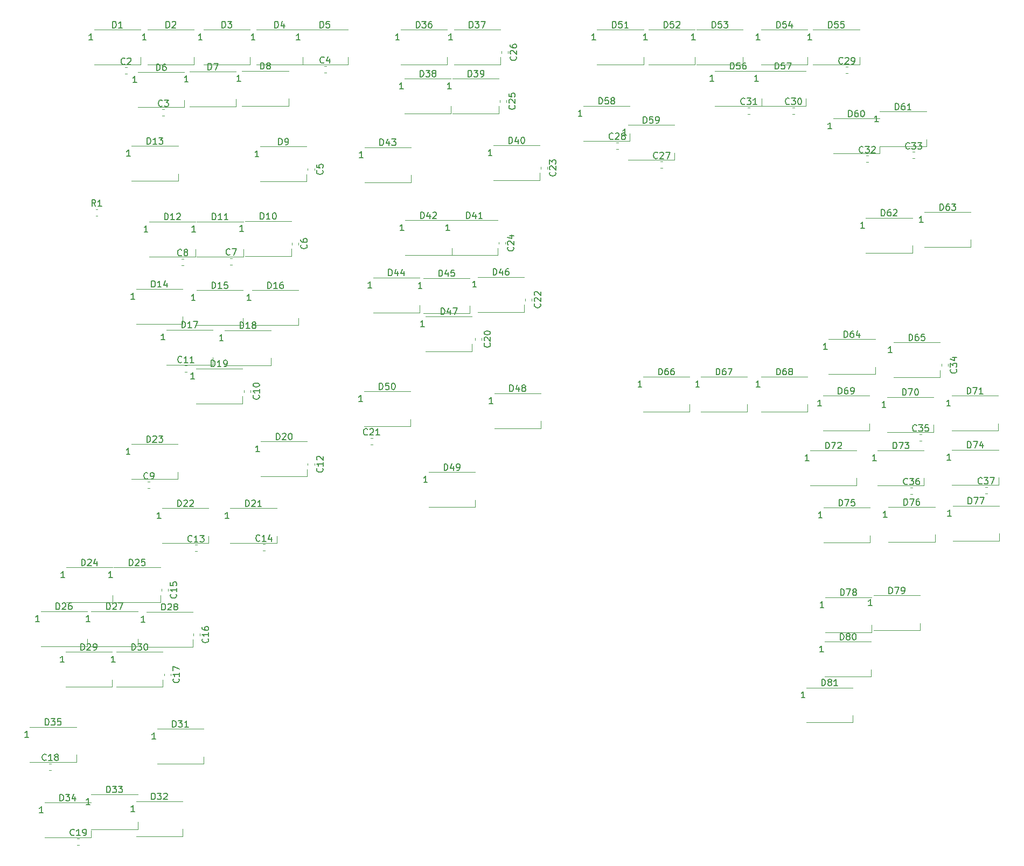
<source format=gbr>
%TF.GenerationSoftware,KiCad,Pcbnew,(5.1.6)-1*%
%TF.CreationDate,2020-12-21T15:19:12+11:00*%
%TF.ProjectId,Select JETT Panel PCB V2,53656c65-6374-4204-9a45-54542050616e,rev?*%
%TF.SameCoordinates,Original*%
%TF.FileFunction,Legend,Top*%
%TF.FilePolarity,Positive*%
%FSLAX46Y46*%
G04 Gerber Fmt 4.6, Leading zero omitted, Abs format (unit mm)*
G04 Created by KiCad (PCBNEW (5.1.6)-1) date 2020-12-21 15:19:12*
%MOMM*%
%LPD*%
G01*
G04 APERTURE LIST*
%ADD10C,0.120000*%
%ADD11C,0.150000*%
G04 APERTURE END LIST*
D10*
%TO.C,R1*%
X89637221Y-61710000D02*
X89962779Y-61710000D01*
X89637221Y-60690000D02*
X89962779Y-60690000D01*
%TO.C,D81*%
X208650000Y-141450000D02*
X208650000Y-140300000D01*
X201350000Y-141450000D02*
X208650000Y-141450000D01*
X201350000Y-135950000D02*
X208650000Y-135950000D01*
%TO.C,D80*%
X211550000Y-134250000D02*
X211550000Y-133100000D01*
X204250000Y-134250000D02*
X211550000Y-134250000D01*
X204250000Y-128750000D02*
X211550000Y-128750000D01*
%TO.C,D79*%
X219200000Y-126950000D02*
X219200000Y-125800000D01*
X211900000Y-126950000D02*
X219200000Y-126950000D01*
X211900000Y-121450000D02*
X219200000Y-121450000D01*
%TO.C,D78*%
X211600000Y-127250000D02*
X211600000Y-126100000D01*
X204300000Y-127250000D02*
X211600000Y-127250000D01*
X204300000Y-121750000D02*
X211600000Y-121750000D01*
%TO.C,D77*%
X231650000Y-112850000D02*
X231650000Y-111700000D01*
X224350000Y-112850000D02*
X231650000Y-112850000D01*
X224350000Y-107350000D02*
X231650000Y-107350000D01*
%TO.C,D76*%
X221550000Y-113050000D02*
X221550000Y-111900000D01*
X214250000Y-113050000D02*
X221550000Y-113050000D01*
X214250000Y-107550000D02*
X221550000Y-107550000D01*
%TO.C,D75*%
X211350000Y-113150000D02*
X211350000Y-112000000D01*
X204050000Y-113150000D02*
X211350000Y-113150000D01*
X204050000Y-107650000D02*
X211350000Y-107650000D01*
%TO.C,D74*%
X231550000Y-104050000D02*
X231550000Y-102900000D01*
X224250000Y-104050000D02*
X231550000Y-104050000D01*
X224250000Y-98550000D02*
X231550000Y-98550000D01*
%TO.C,D73*%
X219850000Y-104150000D02*
X219850000Y-103000000D01*
X212550000Y-104150000D02*
X219850000Y-104150000D01*
X212550000Y-98650000D02*
X219850000Y-98650000D01*
%TO.C,D72*%
X209250000Y-104150000D02*
X209250000Y-103000000D01*
X201950000Y-104150000D02*
X209250000Y-104150000D01*
X201950000Y-98650000D02*
X209250000Y-98650000D01*
%TO.C,D71*%
X231500000Y-95550000D02*
X231500000Y-94400000D01*
X224200000Y-95550000D02*
X231500000Y-95550000D01*
X224200000Y-90050000D02*
X231500000Y-90050000D01*
%TO.C,D70*%
X221350000Y-95750000D02*
X221350000Y-94600000D01*
X214050000Y-95750000D02*
X221350000Y-95750000D01*
X214050000Y-90250000D02*
X221350000Y-90250000D01*
%TO.C,D69*%
X211250000Y-95550000D02*
X211250000Y-94400000D01*
X203950000Y-95550000D02*
X211250000Y-95550000D01*
X203950000Y-90050000D02*
X211250000Y-90050000D01*
%TO.C,D68*%
X201550000Y-92550000D02*
X201550000Y-91400000D01*
X194250000Y-92550000D02*
X201550000Y-92550000D01*
X194250000Y-87050000D02*
X201550000Y-87050000D01*
%TO.C,D67*%
X192050000Y-92550000D02*
X192050000Y-91400000D01*
X184750000Y-92550000D02*
X192050000Y-92550000D01*
X184750000Y-87050000D02*
X192050000Y-87050000D01*
%TO.C,D66*%
X183000000Y-92550000D02*
X183000000Y-91400000D01*
X175700000Y-92550000D02*
X183000000Y-92550000D01*
X175700000Y-87050000D02*
X183000000Y-87050000D01*
%TO.C,D65*%
X222350000Y-87150000D02*
X222350000Y-86000000D01*
X215050000Y-87150000D02*
X222350000Y-87150000D01*
X215050000Y-81650000D02*
X222350000Y-81650000D01*
%TO.C,D64*%
X212150000Y-86650000D02*
X212150000Y-85500000D01*
X204850000Y-86650000D02*
X212150000Y-86650000D01*
X204850000Y-81150000D02*
X212150000Y-81150000D01*
%TO.C,D63*%
X227200000Y-66650000D02*
X227200000Y-65500000D01*
X219900000Y-66650000D02*
X227200000Y-66650000D01*
X219900000Y-61150000D02*
X227200000Y-61150000D01*
%TO.C,D62*%
X218000000Y-67550000D02*
X218000000Y-66400000D01*
X210700000Y-67550000D02*
X218000000Y-67550000D01*
X210700000Y-62050000D02*
X218000000Y-62050000D01*
%TO.C,D61*%
X220200000Y-50850000D02*
X220200000Y-49700000D01*
X212900000Y-50850000D02*
X220200000Y-50850000D01*
X212900000Y-45350000D02*
X220200000Y-45350000D01*
%TO.C,D60*%
X212850000Y-51950000D02*
X212850000Y-50800000D01*
X205550000Y-51950000D02*
X212850000Y-51950000D01*
X205550000Y-46450000D02*
X212850000Y-46450000D01*
%TO.C,D59*%
X180600000Y-52950000D02*
X180600000Y-51800000D01*
X173300000Y-52950000D02*
X180600000Y-52950000D01*
X173300000Y-47450000D02*
X180600000Y-47450000D01*
%TO.C,D58*%
X173600000Y-49950000D02*
X173600000Y-48800000D01*
X166300000Y-49950000D02*
X173600000Y-49950000D01*
X166300000Y-44450000D02*
X173600000Y-44450000D01*
%TO.C,D57*%
X201300000Y-44450000D02*
X201300000Y-43300000D01*
X194000000Y-44450000D02*
X201300000Y-44450000D01*
X194000000Y-38950000D02*
X201300000Y-38950000D01*
%TO.C,D56*%
X194300000Y-44450000D02*
X194300000Y-43300000D01*
X187000000Y-44450000D02*
X194300000Y-44450000D01*
X187000000Y-38950000D02*
X194300000Y-38950000D01*
%TO.C,D55*%
X209700000Y-37950000D02*
X209700000Y-36800000D01*
X202400000Y-37950000D02*
X209700000Y-37950000D01*
X202400000Y-32450000D02*
X209700000Y-32450000D01*
%TO.C,D54*%
X201550000Y-37950000D02*
X201550000Y-36800000D01*
X194250000Y-37950000D02*
X201550000Y-37950000D01*
X194250000Y-32450000D02*
X201550000Y-32450000D01*
%TO.C,D53*%
X191400000Y-37950000D02*
X191400000Y-36800000D01*
X184100000Y-37950000D02*
X191400000Y-37950000D01*
X184100000Y-32450000D02*
X191400000Y-32450000D01*
%TO.C,D52*%
X183850000Y-37950000D02*
X183850000Y-36800000D01*
X176550000Y-37950000D02*
X183850000Y-37950000D01*
X176550000Y-32450000D02*
X183850000Y-32450000D01*
%TO.C,D51*%
X175750000Y-37950000D02*
X175750000Y-36800000D01*
X168450000Y-37950000D02*
X175750000Y-37950000D01*
X168450000Y-32450000D02*
X175750000Y-32450000D01*
%TO.C,D50*%
X139100000Y-94850000D02*
X139100000Y-93700000D01*
X131800000Y-94850000D02*
X139100000Y-94850000D01*
X131800000Y-89350000D02*
X139100000Y-89350000D01*
%TO.C,D49*%
X149300000Y-107550000D02*
X149300000Y-106400000D01*
X142000000Y-107550000D02*
X149300000Y-107550000D01*
X142000000Y-102050000D02*
X149300000Y-102050000D01*
%TO.C,D48*%
X159600000Y-95150000D02*
X159600000Y-94000000D01*
X152300000Y-95150000D02*
X159600000Y-95150000D01*
X152300000Y-89650000D02*
X159600000Y-89650000D01*
%TO.C,D47*%
X148800000Y-83050000D02*
X148800000Y-81900000D01*
X141500000Y-83050000D02*
X148800000Y-83050000D01*
X141500000Y-77550000D02*
X148800000Y-77550000D01*
%TO.C,D46*%
X157000000Y-76850000D02*
X157000000Y-75700000D01*
X149700000Y-76850000D02*
X157000000Y-76850000D01*
X149700000Y-71350000D02*
X157000000Y-71350000D01*
%TO.C,D45*%
X148450000Y-77050000D02*
X148450000Y-75900000D01*
X141150000Y-77050000D02*
X148450000Y-77050000D01*
X141150000Y-71550000D02*
X148450000Y-71550000D01*
%TO.C,D44*%
X140550000Y-76950000D02*
X140550000Y-75800000D01*
X133250000Y-76950000D02*
X140550000Y-76950000D01*
X133250000Y-71450000D02*
X140550000Y-71450000D01*
%TO.C,D43*%
X139200000Y-56450000D02*
X139200000Y-55300000D01*
X131900000Y-56450000D02*
X139200000Y-56450000D01*
X131900000Y-50950000D02*
X139200000Y-50950000D01*
%TO.C,D42*%
X145600000Y-67950000D02*
X145600000Y-66800000D01*
X138300000Y-67950000D02*
X145600000Y-67950000D01*
X138300000Y-62450000D02*
X145600000Y-62450000D01*
%TO.C,D41*%
X152800000Y-67950000D02*
X152800000Y-66800000D01*
X145500000Y-67950000D02*
X152800000Y-67950000D01*
X145500000Y-62450000D02*
X152800000Y-62450000D01*
%TO.C,D40*%
X159450000Y-56150000D02*
X159450000Y-55000000D01*
X152150000Y-56150000D02*
X159450000Y-56150000D01*
X152150000Y-50650000D02*
X159450000Y-50650000D01*
%TO.C,D39*%
X153050000Y-45650000D02*
X153050000Y-44500000D01*
X145750000Y-45650000D02*
X153050000Y-45650000D01*
X145750000Y-40150000D02*
X153050000Y-40150000D01*
%TO.C,D38*%
X145500000Y-45650000D02*
X145500000Y-44500000D01*
X138200000Y-45650000D02*
X145500000Y-45650000D01*
X138200000Y-40150000D02*
X145500000Y-40150000D01*
%TO.C,D37*%
X153250000Y-37950000D02*
X153250000Y-36800000D01*
X145950000Y-37950000D02*
X153250000Y-37950000D01*
X145950000Y-32450000D02*
X153250000Y-32450000D01*
%TO.C,D36*%
X144900000Y-37950000D02*
X144900000Y-36800000D01*
X137600000Y-37950000D02*
X144900000Y-37950000D01*
X137600000Y-32450000D02*
X144900000Y-32450000D01*
%TO.C,D35*%
X86600000Y-147650000D02*
X86600000Y-146500000D01*
X79300000Y-147650000D02*
X86600000Y-147650000D01*
X79300000Y-142150000D02*
X86600000Y-142150000D01*
%TO.C,D34*%
X88900000Y-159550000D02*
X88900000Y-158400000D01*
X81600000Y-159550000D02*
X88900000Y-159550000D01*
X81600000Y-154050000D02*
X88900000Y-154050000D01*
%TO.C,D33*%
X96250000Y-158250000D02*
X96250000Y-157100000D01*
X88950000Y-158250000D02*
X96250000Y-158250000D01*
X88950000Y-152750000D02*
X96250000Y-152750000D01*
%TO.C,D32*%
X103300000Y-159350000D02*
X103300000Y-158200000D01*
X96000000Y-159350000D02*
X103300000Y-159350000D01*
X96000000Y-153850000D02*
X103300000Y-153850000D01*
%TO.C,D31*%
X106600000Y-147950000D02*
X106600000Y-146800000D01*
X99300000Y-147950000D02*
X106600000Y-147950000D01*
X99300000Y-142450000D02*
X106600000Y-142450000D01*
%TO.C,D30*%
X100200000Y-135850000D02*
X100200000Y-134700000D01*
X92900000Y-135850000D02*
X100200000Y-135850000D01*
X92900000Y-130350000D02*
X100200000Y-130350000D01*
%TO.C,D29*%
X92200000Y-135850000D02*
X92200000Y-134700000D01*
X84900000Y-135850000D02*
X92200000Y-135850000D01*
X84900000Y-130350000D02*
X92200000Y-130350000D01*
%TO.C,D28*%
X104900000Y-129550000D02*
X104900000Y-128400000D01*
X97600000Y-129550000D02*
X104900000Y-129550000D01*
X97600000Y-124050000D02*
X104900000Y-124050000D01*
%TO.C,D27*%
X96250000Y-129450000D02*
X96250000Y-128300000D01*
X88950000Y-129450000D02*
X96250000Y-129450000D01*
X88950000Y-123950000D02*
X96250000Y-123950000D01*
%TO.C,D26*%
X88300000Y-129450000D02*
X88300000Y-128300000D01*
X81000000Y-129450000D02*
X88300000Y-129450000D01*
X81000000Y-123950000D02*
X88300000Y-123950000D01*
%TO.C,D25*%
X99800000Y-122550000D02*
X99800000Y-121400000D01*
X92500000Y-122550000D02*
X99800000Y-122550000D01*
X92500000Y-117050000D02*
X99800000Y-117050000D01*
%TO.C,D24*%
X92300000Y-122550000D02*
X92300000Y-121400000D01*
X85000000Y-122550000D02*
X92300000Y-122550000D01*
X85000000Y-117050000D02*
X92300000Y-117050000D01*
%TO.C,D23*%
X102550000Y-103150000D02*
X102550000Y-102000000D01*
X95250000Y-103150000D02*
X102550000Y-103150000D01*
X95250000Y-97650000D02*
X102550000Y-97650000D01*
%TO.C,D22*%
X107400000Y-113250000D02*
X107400000Y-112100000D01*
X100100000Y-113250000D02*
X107400000Y-113250000D01*
X100100000Y-107750000D02*
X107400000Y-107750000D01*
%TO.C,D21*%
X118100000Y-113250000D02*
X118100000Y-112100000D01*
X110800000Y-113250000D02*
X118100000Y-113250000D01*
X110800000Y-107750000D02*
X118100000Y-107750000D01*
%TO.C,D20*%
X122900000Y-102750000D02*
X122900000Y-101600000D01*
X115600000Y-102750000D02*
X122900000Y-102750000D01*
X115600000Y-97250000D02*
X122900000Y-97250000D01*
%TO.C,D19*%
X112700000Y-91250000D02*
X112700000Y-90100000D01*
X105400000Y-91250000D02*
X112700000Y-91250000D01*
X105400000Y-85750000D02*
X112700000Y-85750000D01*
%TO.C,D18*%
X117200000Y-85250000D02*
X117200000Y-84100000D01*
X109900000Y-85250000D02*
X117200000Y-85250000D01*
X109900000Y-79750000D02*
X117200000Y-79750000D01*
%TO.C,D17*%
X108050000Y-85150000D02*
X108050000Y-84000000D01*
X100750000Y-85150000D02*
X108050000Y-85150000D01*
X100750000Y-79650000D02*
X108050000Y-79650000D01*
%TO.C,D16*%
X121550000Y-78950000D02*
X121550000Y-77800000D01*
X114250000Y-78950000D02*
X121550000Y-78950000D01*
X114250000Y-73450000D02*
X121550000Y-73450000D01*
%TO.C,D15*%
X112800000Y-78950000D02*
X112800000Y-77800000D01*
X105500000Y-78950000D02*
X112800000Y-78950000D01*
X105500000Y-73450000D02*
X112800000Y-73450000D01*
%TO.C,D14*%
X103300000Y-78750000D02*
X103300000Y-77600000D01*
X96000000Y-78750000D02*
X103300000Y-78750000D01*
X96000000Y-73250000D02*
X103300000Y-73250000D01*
%TO.C,D13*%
X102600000Y-56250000D02*
X102600000Y-55100000D01*
X95300000Y-56250000D02*
X102600000Y-56250000D01*
X95300000Y-50750000D02*
X102600000Y-50750000D01*
%TO.C,D12*%
X105350000Y-68150000D02*
X105350000Y-67000000D01*
X98050000Y-68150000D02*
X105350000Y-68150000D01*
X98050000Y-62650000D02*
X105350000Y-62650000D01*
%TO.C,D11*%
X112850000Y-68150000D02*
X112850000Y-67000000D01*
X105550000Y-68150000D02*
X112850000Y-68150000D01*
X105550000Y-62650000D02*
X112850000Y-62650000D01*
%TO.C,D10*%
X120400000Y-68050000D02*
X120400000Y-66900000D01*
X113100000Y-68050000D02*
X120400000Y-68050000D01*
X113100000Y-62550000D02*
X120400000Y-62550000D01*
%TO.C,D9*%
X122800000Y-56350000D02*
X122800000Y-55200000D01*
X115500000Y-56350000D02*
X122800000Y-56350000D01*
X115500000Y-50850000D02*
X122800000Y-50850000D01*
%TO.C,D8*%
X119950000Y-44450000D02*
X119950000Y-43300000D01*
X112650000Y-44450000D02*
X119950000Y-44450000D01*
X112650000Y-38950000D02*
X119950000Y-38950000D01*
%TO.C,D7*%
X111700000Y-44550000D02*
X111700000Y-43400000D01*
X104400000Y-44550000D02*
X111700000Y-44550000D01*
X104400000Y-39050000D02*
X111700000Y-39050000D01*
%TO.C,D6*%
X103600000Y-44650000D02*
X103600000Y-43500000D01*
X96300000Y-44650000D02*
X103600000Y-44650000D01*
X96300000Y-39150000D02*
X103600000Y-39150000D01*
%TO.C,D5*%
X129300000Y-37950000D02*
X129300000Y-36800000D01*
X122000000Y-37950000D02*
X129300000Y-37950000D01*
X122000000Y-32450000D02*
X129300000Y-32450000D01*
%TO.C,D4*%
X122200000Y-37950000D02*
X122200000Y-36800000D01*
X114900000Y-37950000D02*
X122200000Y-37950000D01*
X114900000Y-32450000D02*
X122200000Y-32450000D01*
%TO.C,D3*%
X113900000Y-37950000D02*
X113900000Y-36800000D01*
X106600000Y-37950000D02*
X113900000Y-37950000D01*
X106600000Y-32450000D02*
X113900000Y-32450000D01*
%TO.C,D2*%
X105100000Y-37950000D02*
X105100000Y-36800000D01*
X97800000Y-37950000D02*
X105100000Y-37950000D01*
X97800000Y-32450000D02*
X105100000Y-32450000D01*
%TO.C,D1*%
X96700000Y-37950000D02*
X96700000Y-36800000D01*
X89400000Y-37950000D02*
X96700000Y-37950000D01*
X89400000Y-32450000D02*
X96700000Y-32450000D01*
%TO.C,C37*%
X229449221Y-105410000D02*
X229774779Y-105410000D01*
X229449221Y-104390000D02*
X229774779Y-104390000D01*
%TO.C,C36*%
X217725221Y-105510000D02*
X218050779Y-105510000D01*
X217725221Y-104490000D02*
X218050779Y-104490000D01*
%TO.C,C35*%
X219149221Y-97110000D02*
X219474779Y-97110000D01*
X219149221Y-96090000D02*
X219474779Y-96090000D01*
%TO.C,C34*%
X222590000Y-85049721D02*
X222590000Y-85375279D01*
X223610000Y-85049721D02*
X223610000Y-85375279D01*
%TO.C,C33*%
X218049221Y-52710000D02*
X218374779Y-52710000D01*
X218049221Y-51690000D02*
X218374779Y-51690000D01*
%TO.C,C32*%
X210749221Y-53310000D02*
X211074779Y-53310000D01*
X210749221Y-52290000D02*
X211074779Y-52290000D01*
%TO.C,C31*%
X192149221Y-45710000D02*
X192474779Y-45710000D01*
X192149221Y-44690000D02*
X192474779Y-44690000D01*
%TO.C,C30*%
X199149221Y-45710000D02*
X199474779Y-45710000D01*
X199149221Y-44690000D02*
X199474779Y-44690000D01*
%TO.C,C29*%
X207549221Y-39310000D02*
X207874779Y-39310000D01*
X207549221Y-38290000D02*
X207874779Y-38290000D01*
%TO.C,C28*%
X171449221Y-51210000D02*
X171774779Y-51210000D01*
X171449221Y-50190000D02*
X171774779Y-50190000D01*
%TO.C,C27*%
X178437221Y-54210000D02*
X178762779Y-54210000D01*
X178437221Y-53190000D02*
X178762779Y-53190000D01*
%TO.C,C26*%
X153390000Y-35849721D02*
X153390000Y-36175279D01*
X154410000Y-35849721D02*
X154410000Y-36175279D01*
%TO.C,C25*%
X153190000Y-43549721D02*
X153190000Y-43875279D01*
X154210000Y-43549721D02*
X154210000Y-43875279D01*
%TO.C,C24*%
X152990000Y-65849721D02*
X152990000Y-66175279D01*
X154010000Y-65849721D02*
X154010000Y-66175279D01*
%TO.C,C23*%
X159590000Y-54049721D02*
X159590000Y-54375279D01*
X160610000Y-54049721D02*
X160610000Y-54375279D01*
%TO.C,C22*%
X157190000Y-74749721D02*
X157190000Y-75075279D01*
X158210000Y-74749721D02*
X158210000Y-75075279D01*
%TO.C,C21*%
X132849221Y-97710000D02*
X133174779Y-97710000D01*
X132849221Y-96690000D02*
X133174779Y-96690000D01*
%TO.C,C20*%
X149290000Y-80949721D02*
X149290000Y-81275279D01*
X150310000Y-80949721D02*
X150310000Y-81275279D01*
%TO.C,C19*%
X86749721Y-160710000D02*
X87075279Y-160710000D01*
X86749721Y-159690000D02*
X87075279Y-159690000D01*
%TO.C,C18*%
X82337221Y-148910000D02*
X82662779Y-148910000D01*
X82337221Y-147890000D02*
X82662779Y-147890000D01*
%TO.C,C17*%
X100390000Y-133749221D02*
X100390000Y-134074779D01*
X101410000Y-133749221D02*
X101410000Y-134074779D01*
%TO.C,C16*%
X104990000Y-127449221D02*
X104990000Y-127774779D01*
X106010000Y-127449221D02*
X106010000Y-127774779D01*
%TO.C,C15*%
X99990000Y-120449221D02*
X99990000Y-120774779D01*
X101010000Y-120449221D02*
X101010000Y-120774779D01*
%TO.C,C14*%
X115925221Y-114410000D02*
X116250779Y-114410000D01*
X115925221Y-113390000D02*
X116250779Y-113390000D01*
%TO.C,C13*%
X105249221Y-114510000D02*
X105574779Y-114510000D01*
X105249221Y-113490000D02*
X105574779Y-113490000D01*
%TO.C,C12*%
X122990000Y-100649221D02*
X122990000Y-100974779D01*
X124010000Y-100649221D02*
X124010000Y-100974779D01*
%TO.C,C11*%
X103649221Y-86310000D02*
X103974779Y-86310000D01*
X103649221Y-85290000D02*
X103974779Y-85290000D01*
%TO.C,C10*%
X112990000Y-89149721D02*
X112990000Y-89475279D01*
X114010000Y-89149721D02*
X114010000Y-89475279D01*
%TO.C,C9*%
X97837221Y-104610000D02*
X98162779Y-104610000D01*
X97837221Y-103590000D02*
X98162779Y-103590000D01*
%TO.C,C8*%
X103149221Y-69510000D02*
X103474779Y-69510000D01*
X103149221Y-68490000D02*
X103474779Y-68490000D01*
%TO.C,C7*%
X110749221Y-69410000D02*
X111074779Y-69410000D01*
X110749221Y-68390000D02*
X111074779Y-68390000D01*
%TO.C,C6*%
X120490000Y-65949721D02*
X120490000Y-66275279D01*
X121510000Y-65949721D02*
X121510000Y-66275279D01*
%TO.C,C5*%
X122990000Y-54249721D02*
X122990000Y-54575279D01*
X124010000Y-54249721D02*
X124010000Y-54575279D01*
%TO.C,C4*%
X125549221Y-39210000D02*
X125874779Y-39210000D01*
X125549221Y-38190000D02*
X125874779Y-38190000D01*
%TO.C,C3*%
X100125221Y-46010000D02*
X100450779Y-46010000D01*
X100125221Y-44990000D02*
X100450779Y-44990000D01*
%TO.C,C2*%
X94249721Y-39410000D02*
X94575279Y-39410000D01*
X94249721Y-38390000D02*
X94575279Y-38390000D01*
%TO.C,R1*%
D11*
X89633333Y-60222380D02*
X89300000Y-59746190D01*
X89061904Y-60222380D02*
X89061904Y-59222380D01*
X89442857Y-59222380D01*
X89538095Y-59270000D01*
X89585714Y-59317619D01*
X89633333Y-59412857D01*
X89633333Y-59555714D01*
X89585714Y-59650952D01*
X89538095Y-59698571D01*
X89442857Y-59746190D01*
X89061904Y-59746190D01*
X90585714Y-60222380D02*
X90014285Y-60222380D01*
X90300000Y-60222380D02*
X90300000Y-59222380D01*
X90204761Y-59365238D01*
X90109523Y-59460476D01*
X90014285Y-59508095D01*
%TO.C,D81*%
X203785714Y-135652380D02*
X203785714Y-134652380D01*
X204023809Y-134652380D01*
X204166666Y-134700000D01*
X204261904Y-134795238D01*
X204309523Y-134890476D01*
X204357142Y-135080952D01*
X204357142Y-135223809D01*
X204309523Y-135414285D01*
X204261904Y-135509523D01*
X204166666Y-135604761D01*
X204023809Y-135652380D01*
X203785714Y-135652380D01*
X204928571Y-135080952D02*
X204833333Y-135033333D01*
X204785714Y-134985714D01*
X204738095Y-134890476D01*
X204738095Y-134842857D01*
X204785714Y-134747619D01*
X204833333Y-134700000D01*
X204928571Y-134652380D01*
X205119047Y-134652380D01*
X205214285Y-134700000D01*
X205261904Y-134747619D01*
X205309523Y-134842857D01*
X205309523Y-134890476D01*
X205261904Y-134985714D01*
X205214285Y-135033333D01*
X205119047Y-135080952D01*
X204928571Y-135080952D01*
X204833333Y-135128571D01*
X204785714Y-135176190D01*
X204738095Y-135271428D01*
X204738095Y-135461904D01*
X204785714Y-135557142D01*
X204833333Y-135604761D01*
X204928571Y-135652380D01*
X205119047Y-135652380D01*
X205214285Y-135604761D01*
X205261904Y-135557142D01*
X205309523Y-135461904D01*
X205309523Y-135271428D01*
X205261904Y-135176190D01*
X205214285Y-135128571D01*
X205119047Y-135080952D01*
X206261904Y-135652380D02*
X205690476Y-135652380D01*
X205976190Y-135652380D02*
X205976190Y-134652380D01*
X205880952Y-134795238D01*
X205785714Y-134890476D01*
X205690476Y-134938095D01*
X201135714Y-137552380D02*
X200564285Y-137552380D01*
X200850000Y-137552380D02*
X200850000Y-136552380D01*
X200754761Y-136695238D01*
X200659523Y-136790476D01*
X200564285Y-136838095D01*
%TO.C,D80*%
X206685714Y-128452380D02*
X206685714Y-127452380D01*
X206923809Y-127452380D01*
X207066666Y-127500000D01*
X207161904Y-127595238D01*
X207209523Y-127690476D01*
X207257142Y-127880952D01*
X207257142Y-128023809D01*
X207209523Y-128214285D01*
X207161904Y-128309523D01*
X207066666Y-128404761D01*
X206923809Y-128452380D01*
X206685714Y-128452380D01*
X207828571Y-127880952D02*
X207733333Y-127833333D01*
X207685714Y-127785714D01*
X207638095Y-127690476D01*
X207638095Y-127642857D01*
X207685714Y-127547619D01*
X207733333Y-127500000D01*
X207828571Y-127452380D01*
X208019047Y-127452380D01*
X208114285Y-127500000D01*
X208161904Y-127547619D01*
X208209523Y-127642857D01*
X208209523Y-127690476D01*
X208161904Y-127785714D01*
X208114285Y-127833333D01*
X208019047Y-127880952D01*
X207828571Y-127880952D01*
X207733333Y-127928571D01*
X207685714Y-127976190D01*
X207638095Y-128071428D01*
X207638095Y-128261904D01*
X207685714Y-128357142D01*
X207733333Y-128404761D01*
X207828571Y-128452380D01*
X208019047Y-128452380D01*
X208114285Y-128404761D01*
X208161904Y-128357142D01*
X208209523Y-128261904D01*
X208209523Y-128071428D01*
X208161904Y-127976190D01*
X208114285Y-127928571D01*
X208019047Y-127880952D01*
X208828571Y-127452380D02*
X208923809Y-127452380D01*
X209019047Y-127500000D01*
X209066666Y-127547619D01*
X209114285Y-127642857D01*
X209161904Y-127833333D01*
X209161904Y-128071428D01*
X209114285Y-128261904D01*
X209066666Y-128357142D01*
X209019047Y-128404761D01*
X208923809Y-128452380D01*
X208828571Y-128452380D01*
X208733333Y-128404761D01*
X208685714Y-128357142D01*
X208638095Y-128261904D01*
X208590476Y-128071428D01*
X208590476Y-127833333D01*
X208638095Y-127642857D01*
X208685714Y-127547619D01*
X208733333Y-127500000D01*
X208828571Y-127452380D01*
X204035714Y-130352380D02*
X203464285Y-130352380D01*
X203750000Y-130352380D02*
X203750000Y-129352380D01*
X203654761Y-129495238D01*
X203559523Y-129590476D01*
X203464285Y-129638095D01*
%TO.C,D79*%
X214335714Y-121152380D02*
X214335714Y-120152380D01*
X214573809Y-120152380D01*
X214716666Y-120200000D01*
X214811904Y-120295238D01*
X214859523Y-120390476D01*
X214907142Y-120580952D01*
X214907142Y-120723809D01*
X214859523Y-120914285D01*
X214811904Y-121009523D01*
X214716666Y-121104761D01*
X214573809Y-121152380D01*
X214335714Y-121152380D01*
X215240476Y-120152380D02*
X215907142Y-120152380D01*
X215478571Y-121152380D01*
X216335714Y-121152380D02*
X216526190Y-121152380D01*
X216621428Y-121104761D01*
X216669047Y-121057142D01*
X216764285Y-120914285D01*
X216811904Y-120723809D01*
X216811904Y-120342857D01*
X216764285Y-120247619D01*
X216716666Y-120200000D01*
X216621428Y-120152380D01*
X216430952Y-120152380D01*
X216335714Y-120200000D01*
X216288095Y-120247619D01*
X216240476Y-120342857D01*
X216240476Y-120580952D01*
X216288095Y-120676190D01*
X216335714Y-120723809D01*
X216430952Y-120771428D01*
X216621428Y-120771428D01*
X216716666Y-120723809D01*
X216764285Y-120676190D01*
X216811904Y-120580952D01*
X211685714Y-123052380D02*
X211114285Y-123052380D01*
X211400000Y-123052380D02*
X211400000Y-122052380D01*
X211304761Y-122195238D01*
X211209523Y-122290476D01*
X211114285Y-122338095D01*
%TO.C,D78*%
X206735714Y-121452380D02*
X206735714Y-120452380D01*
X206973809Y-120452380D01*
X207116666Y-120500000D01*
X207211904Y-120595238D01*
X207259523Y-120690476D01*
X207307142Y-120880952D01*
X207307142Y-121023809D01*
X207259523Y-121214285D01*
X207211904Y-121309523D01*
X207116666Y-121404761D01*
X206973809Y-121452380D01*
X206735714Y-121452380D01*
X207640476Y-120452380D02*
X208307142Y-120452380D01*
X207878571Y-121452380D01*
X208830952Y-120880952D02*
X208735714Y-120833333D01*
X208688095Y-120785714D01*
X208640476Y-120690476D01*
X208640476Y-120642857D01*
X208688095Y-120547619D01*
X208735714Y-120500000D01*
X208830952Y-120452380D01*
X209021428Y-120452380D01*
X209116666Y-120500000D01*
X209164285Y-120547619D01*
X209211904Y-120642857D01*
X209211904Y-120690476D01*
X209164285Y-120785714D01*
X209116666Y-120833333D01*
X209021428Y-120880952D01*
X208830952Y-120880952D01*
X208735714Y-120928571D01*
X208688095Y-120976190D01*
X208640476Y-121071428D01*
X208640476Y-121261904D01*
X208688095Y-121357142D01*
X208735714Y-121404761D01*
X208830952Y-121452380D01*
X209021428Y-121452380D01*
X209116666Y-121404761D01*
X209164285Y-121357142D01*
X209211904Y-121261904D01*
X209211904Y-121071428D01*
X209164285Y-120976190D01*
X209116666Y-120928571D01*
X209021428Y-120880952D01*
X204085714Y-123352380D02*
X203514285Y-123352380D01*
X203800000Y-123352380D02*
X203800000Y-122352380D01*
X203704761Y-122495238D01*
X203609523Y-122590476D01*
X203514285Y-122638095D01*
%TO.C,D77*%
X226785714Y-107052380D02*
X226785714Y-106052380D01*
X227023809Y-106052380D01*
X227166666Y-106100000D01*
X227261904Y-106195238D01*
X227309523Y-106290476D01*
X227357142Y-106480952D01*
X227357142Y-106623809D01*
X227309523Y-106814285D01*
X227261904Y-106909523D01*
X227166666Y-107004761D01*
X227023809Y-107052380D01*
X226785714Y-107052380D01*
X227690476Y-106052380D02*
X228357142Y-106052380D01*
X227928571Y-107052380D01*
X228642857Y-106052380D02*
X229309523Y-106052380D01*
X228880952Y-107052380D01*
X224135714Y-108952380D02*
X223564285Y-108952380D01*
X223850000Y-108952380D02*
X223850000Y-107952380D01*
X223754761Y-108095238D01*
X223659523Y-108190476D01*
X223564285Y-108238095D01*
%TO.C,D76*%
X216685714Y-107252380D02*
X216685714Y-106252380D01*
X216923809Y-106252380D01*
X217066666Y-106300000D01*
X217161904Y-106395238D01*
X217209523Y-106490476D01*
X217257142Y-106680952D01*
X217257142Y-106823809D01*
X217209523Y-107014285D01*
X217161904Y-107109523D01*
X217066666Y-107204761D01*
X216923809Y-107252380D01*
X216685714Y-107252380D01*
X217590476Y-106252380D02*
X218257142Y-106252380D01*
X217828571Y-107252380D01*
X219066666Y-106252380D02*
X218876190Y-106252380D01*
X218780952Y-106300000D01*
X218733333Y-106347619D01*
X218638095Y-106490476D01*
X218590476Y-106680952D01*
X218590476Y-107061904D01*
X218638095Y-107157142D01*
X218685714Y-107204761D01*
X218780952Y-107252380D01*
X218971428Y-107252380D01*
X219066666Y-107204761D01*
X219114285Y-107157142D01*
X219161904Y-107061904D01*
X219161904Y-106823809D01*
X219114285Y-106728571D01*
X219066666Y-106680952D01*
X218971428Y-106633333D01*
X218780952Y-106633333D01*
X218685714Y-106680952D01*
X218638095Y-106728571D01*
X218590476Y-106823809D01*
X214035714Y-109152380D02*
X213464285Y-109152380D01*
X213750000Y-109152380D02*
X213750000Y-108152380D01*
X213654761Y-108295238D01*
X213559523Y-108390476D01*
X213464285Y-108438095D01*
%TO.C,D75*%
X206485714Y-107352380D02*
X206485714Y-106352380D01*
X206723809Y-106352380D01*
X206866666Y-106400000D01*
X206961904Y-106495238D01*
X207009523Y-106590476D01*
X207057142Y-106780952D01*
X207057142Y-106923809D01*
X207009523Y-107114285D01*
X206961904Y-107209523D01*
X206866666Y-107304761D01*
X206723809Y-107352380D01*
X206485714Y-107352380D01*
X207390476Y-106352380D02*
X208057142Y-106352380D01*
X207628571Y-107352380D01*
X208914285Y-106352380D02*
X208438095Y-106352380D01*
X208390476Y-106828571D01*
X208438095Y-106780952D01*
X208533333Y-106733333D01*
X208771428Y-106733333D01*
X208866666Y-106780952D01*
X208914285Y-106828571D01*
X208961904Y-106923809D01*
X208961904Y-107161904D01*
X208914285Y-107257142D01*
X208866666Y-107304761D01*
X208771428Y-107352380D01*
X208533333Y-107352380D01*
X208438095Y-107304761D01*
X208390476Y-107257142D01*
X203835714Y-109252380D02*
X203264285Y-109252380D01*
X203550000Y-109252380D02*
X203550000Y-108252380D01*
X203454761Y-108395238D01*
X203359523Y-108490476D01*
X203264285Y-108538095D01*
%TO.C,D74*%
X226685714Y-98252380D02*
X226685714Y-97252380D01*
X226923809Y-97252380D01*
X227066666Y-97300000D01*
X227161904Y-97395238D01*
X227209523Y-97490476D01*
X227257142Y-97680952D01*
X227257142Y-97823809D01*
X227209523Y-98014285D01*
X227161904Y-98109523D01*
X227066666Y-98204761D01*
X226923809Y-98252380D01*
X226685714Y-98252380D01*
X227590476Y-97252380D02*
X228257142Y-97252380D01*
X227828571Y-98252380D01*
X229066666Y-97585714D02*
X229066666Y-98252380D01*
X228828571Y-97204761D02*
X228590476Y-97919047D01*
X229209523Y-97919047D01*
X224035714Y-100152380D02*
X223464285Y-100152380D01*
X223750000Y-100152380D02*
X223750000Y-99152380D01*
X223654761Y-99295238D01*
X223559523Y-99390476D01*
X223464285Y-99438095D01*
%TO.C,D73*%
X214985714Y-98352380D02*
X214985714Y-97352380D01*
X215223809Y-97352380D01*
X215366666Y-97400000D01*
X215461904Y-97495238D01*
X215509523Y-97590476D01*
X215557142Y-97780952D01*
X215557142Y-97923809D01*
X215509523Y-98114285D01*
X215461904Y-98209523D01*
X215366666Y-98304761D01*
X215223809Y-98352380D01*
X214985714Y-98352380D01*
X215890476Y-97352380D02*
X216557142Y-97352380D01*
X216128571Y-98352380D01*
X216842857Y-97352380D02*
X217461904Y-97352380D01*
X217128571Y-97733333D01*
X217271428Y-97733333D01*
X217366666Y-97780952D01*
X217414285Y-97828571D01*
X217461904Y-97923809D01*
X217461904Y-98161904D01*
X217414285Y-98257142D01*
X217366666Y-98304761D01*
X217271428Y-98352380D01*
X216985714Y-98352380D01*
X216890476Y-98304761D01*
X216842857Y-98257142D01*
X212335714Y-100252380D02*
X211764285Y-100252380D01*
X212050000Y-100252380D02*
X212050000Y-99252380D01*
X211954761Y-99395238D01*
X211859523Y-99490476D01*
X211764285Y-99538095D01*
%TO.C,D72*%
X204385714Y-98352380D02*
X204385714Y-97352380D01*
X204623809Y-97352380D01*
X204766666Y-97400000D01*
X204861904Y-97495238D01*
X204909523Y-97590476D01*
X204957142Y-97780952D01*
X204957142Y-97923809D01*
X204909523Y-98114285D01*
X204861904Y-98209523D01*
X204766666Y-98304761D01*
X204623809Y-98352380D01*
X204385714Y-98352380D01*
X205290476Y-97352380D02*
X205957142Y-97352380D01*
X205528571Y-98352380D01*
X206290476Y-97447619D02*
X206338095Y-97400000D01*
X206433333Y-97352380D01*
X206671428Y-97352380D01*
X206766666Y-97400000D01*
X206814285Y-97447619D01*
X206861904Y-97542857D01*
X206861904Y-97638095D01*
X206814285Y-97780952D01*
X206242857Y-98352380D01*
X206861904Y-98352380D01*
X201735714Y-100252380D02*
X201164285Y-100252380D01*
X201450000Y-100252380D02*
X201450000Y-99252380D01*
X201354761Y-99395238D01*
X201259523Y-99490476D01*
X201164285Y-99538095D01*
%TO.C,D71*%
X226635714Y-89752380D02*
X226635714Y-88752380D01*
X226873809Y-88752380D01*
X227016666Y-88800000D01*
X227111904Y-88895238D01*
X227159523Y-88990476D01*
X227207142Y-89180952D01*
X227207142Y-89323809D01*
X227159523Y-89514285D01*
X227111904Y-89609523D01*
X227016666Y-89704761D01*
X226873809Y-89752380D01*
X226635714Y-89752380D01*
X227540476Y-88752380D02*
X228207142Y-88752380D01*
X227778571Y-89752380D01*
X229111904Y-89752380D02*
X228540476Y-89752380D01*
X228826190Y-89752380D02*
X228826190Y-88752380D01*
X228730952Y-88895238D01*
X228635714Y-88990476D01*
X228540476Y-89038095D01*
X223985714Y-91652380D02*
X223414285Y-91652380D01*
X223700000Y-91652380D02*
X223700000Y-90652380D01*
X223604761Y-90795238D01*
X223509523Y-90890476D01*
X223414285Y-90938095D01*
%TO.C,D70*%
X216485714Y-89952380D02*
X216485714Y-88952380D01*
X216723809Y-88952380D01*
X216866666Y-89000000D01*
X216961904Y-89095238D01*
X217009523Y-89190476D01*
X217057142Y-89380952D01*
X217057142Y-89523809D01*
X217009523Y-89714285D01*
X216961904Y-89809523D01*
X216866666Y-89904761D01*
X216723809Y-89952380D01*
X216485714Y-89952380D01*
X217390476Y-88952380D02*
X218057142Y-88952380D01*
X217628571Y-89952380D01*
X218628571Y-88952380D02*
X218723809Y-88952380D01*
X218819047Y-89000000D01*
X218866666Y-89047619D01*
X218914285Y-89142857D01*
X218961904Y-89333333D01*
X218961904Y-89571428D01*
X218914285Y-89761904D01*
X218866666Y-89857142D01*
X218819047Y-89904761D01*
X218723809Y-89952380D01*
X218628571Y-89952380D01*
X218533333Y-89904761D01*
X218485714Y-89857142D01*
X218438095Y-89761904D01*
X218390476Y-89571428D01*
X218390476Y-89333333D01*
X218438095Y-89142857D01*
X218485714Y-89047619D01*
X218533333Y-89000000D01*
X218628571Y-88952380D01*
X213835714Y-91852380D02*
X213264285Y-91852380D01*
X213550000Y-91852380D02*
X213550000Y-90852380D01*
X213454761Y-90995238D01*
X213359523Y-91090476D01*
X213264285Y-91138095D01*
%TO.C,D69*%
X206385714Y-89752380D02*
X206385714Y-88752380D01*
X206623809Y-88752380D01*
X206766666Y-88800000D01*
X206861904Y-88895238D01*
X206909523Y-88990476D01*
X206957142Y-89180952D01*
X206957142Y-89323809D01*
X206909523Y-89514285D01*
X206861904Y-89609523D01*
X206766666Y-89704761D01*
X206623809Y-89752380D01*
X206385714Y-89752380D01*
X207814285Y-88752380D02*
X207623809Y-88752380D01*
X207528571Y-88800000D01*
X207480952Y-88847619D01*
X207385714Y-88990476D01*
X207338095Y-89180952D01*
X207338095Y-89561904D01*
X207385714Y-89657142D01*
X207433333Y-89704761D01*
X207528571Y-89752380D01*
X207719047Y-89752380D01*
X207814285Y-89704761D01*
X207861904Y-89657142D01*
X207909523Y-89561904D01*
X207909523Y-89323809D01*
X207861904Y-89228571D01*
X207814285Y-89180952D01*
X207719047Y-89133333D01*
X207528571Y-89133333D01*
X207433333Y-89180952D01*
X207385714Y-89228571D01*
X207338095Y-89323809D01*
X208385714Y-89752380D02*
X208576190Y-89752380D01*
X208671428Y-89704761D01*
X208719047Y-89657142D01*
X208814285Y-89514285D01*
X208861904Y-89323809D01*
X208861904Y-88942857D01*
X208814285Y-88847619D01*
X208766666Y-88800000D01*
X208671428Y-88752380D01*
X208480952Y-88752380D01*
X208385714Y-88800000D01*
X208338095Y-88847619D01*
X208290476Y-88942857D01*
X208290476Y-89180952D01*
X208338095Y-89276190D01*
X208385714Y-89323809D01*
X208480952Y-89371428D01*
X208671428Y-89371428D01*
X208766666Y-89323809D01*
X208814285Y-89276190D01*
X208861904Y-89180952D01*
X203735714Y-91652380D02*
X203164285Y-91652380D01*
X203450000Y-91652380D02*
X203450000Y-90652380D01*
X203354761Y-90795238D01*
X203259523Y-90890476D01*
X203164285Y-90938095D01*
%TO.C,D68*%
X196685714Y-86752380D02*
X196685714Y-85752380D01*
X196923809Y-85752380D01*
X197066666Y-85800000D01*
X197161904Y-85895238D01*
X197209523Y-85990476D01*
X197257142Y-86180952D01*
X197257142Y-86323809D01*
X197209523Y-86514285D01*
X197161904Y-86609523D01*
X197066666Y-86704761D01*
X196923809Y-86752380D01*
X196685714Y-86752380D01*
X198114285Y-85752380D02*
X197923809Y-85752380D01*
X197828571Y-85800000D01*
X197780952Y-85847619D01*
X197685714Y-85990476D01*
X197638095Y-86180952D01*
X197638095Y-86561904D01*
X197685714Y-86657142D01*
X197733333Y-86704761D01*
X197828571Y-86752380D01*
X198019047Y-86752380D01*
X198114285Y-86704761D01*
X198161904Y-86657142D01*
X198209523Y-86561904D01*
X198209523Y-86323809D01*
X198161904Y-86228571D01*
X198114285Y-86180952D01*
X198019047Y-86133333D01*
X197828571Y-86133333D01*
X197733333Y-86180952D01*
X197685714Y-86228571D01*
X197638095Y-86323809D01*
X198780952Y-86180952D02*
X198685714Y-86133333D01*
X198638095Y-86085714D01*
X198590476Y-85990476D01*
X198590476Y-85942857D01*
X198638095Y-85847619D01*
X198685714Y-85800000D01*
X198780952Y-85752380D01*
X198971428Y-85752380D01*
X199066666Y-85800000D01*
X199114285Y-85847619D01*
X199161904Y-85942857D01*
X199161904Y-85990476D01*
X199114285Y-86085714D01*
X199066666Y-86133333D01*
X198971428Y-86180952D01*
X198780952Y-86180952D01*
X198685714Y-86228571D01*
X198638095Y-86276190D01*
X198590476Y-86371428D01*
X198590476Y-86561904D01*
X198638095Y-86657142D01*
X198685714Y-86704761D01*
X198780952Y-86752380D01*
X198971428Y-86752380D01*
X199066666Y-86704761D01*
X199114285Y-86657142D01*
X199161904Y-86561904D01*
X199161904Y-86371428D01*
X199114285Y-86276190D01*
X199066666Y-86228571D01*
X198971428Y-86180952D01*
X194035714Y-88652380D02*
X193464285Y-88652380D01*
X193750000Y-88652380D02*
X193750000Y-87652380D01*
X193654761Y-87795238D01*
X193559523Y-87890476D01*
X193464285Y-87938095D01*
%TO.C,D67*%
X187185714Y-86752380D02*
X187185714Y-85752380D01*
X187423809Y-85752380D01*
X187566666Y-85800000D01*
X187661904Y-85895238D01*
X187709523Y-85990476D01*
X187757142Y-86180952D01*
X187757142Y-86323809D01*
X187709523Y-86514285D01*
X187661904Y-86609523D01*
X187566666Y-86704761D01*
X187423809Y-86752380D01*
X187185714Y-86752380D01*
X188614285Y-85752380D02*
X188423809Y-85752380D01*
X188328571Y-85800000D01*
X188280952Y-85847619D01*
X188185714Y-85990476D01*
X188138095Y-86180952D01*
X188138095Y-86561904D01*
X188185714Y-86657142D01*
X188233333Y-86704761D01*
X188328571Y-86752380D01*
X188519047Y-86752380D01*
X188614285Y-86704761D01*
X188661904Y-86657142D01*
X188709523Y-86561904D01*
X188709523Y-86323809D01*
X188661904Y-86228571D01*
X188614285Y-86180952D01*
X188519047Y-86133333D01*
X188328571Y-86133333D01*
X188233333Y-86180952D01*
X188185714Y-86228571D01*
X188138095Y-86323809D01*
X189042857Y-85752380D02*
X189709523Y-85752380D01*
X189280952Y-86752380D01*
X184535714Y-88652380D02*
X183964285Y-88652380D01*
X184250000Y-88652380D02*
X184250000Y-87652380D01*
X184154761Y-87795238D01*
X184059523Y-87890476D01*
X183964285Y-87938095D01*
%TO.C,D66*%
X178135714Y-86752380D02*
X178135714Y-85752380D01*
X178373809Y-85752380D01*
X178516666Y-85800000D01*
X178611904Y-85895238D01*
X178659523Y-85990476D01*
X178707142Y-86180952D01*
X178707142Y-86323809D01*
X178659523Y-86514285D01*
X178611904Y-86609523D01*
X178516666Y-86704761D01*
X178373809Y-86752380D01*
X178135714Y-86752380D01*
X179564285Y-85752380D02*
X179373809Y-85752380D01*
X179278571Y-85800000D01*
X179230952Y-85847619D01*
X179135714Y-85990476D01*
X179088095Y-86180952D01*
X179088095Y-86561904D01*
X179135714Y-86657142D01*
X179183333Y-86704761D01*
X179278571Y-86752380D01*
X179469047Y-86752380D01*
X179564285Y-86704761D01*
X179611904Y-86657142D01*
X179659523Y-86561904D01*
X179659523Y-86323809D01*
X179611904Y-86228571D01*
X179564285Y-86180952D01*
X179469047Y-86133333D01*
X179278571Y-86133333D01*
X179183333Y-86180952D01*
X179135714Y-86228571D01*
X179088095Y-86323809D01*
X180516666Y-85752380D02*
X180326190Y-85752380D01*
X180230952Y-85800000D01*
X180183333Y-85847619D01*
X180088095Y-85990476D01*
X180040476Y-86180952D01*
X180040476Y-86561904D01*
X180088095Y-86657142D01*
X180135714Y-86704761D01*
X180230952Y-86752380D01*
X180421428Y-86752380D01*
X180516666Y-86704761D01*
X180564285Y-86657142D01*
X180611904Y-86561904D01*
X180611904Y-86323809D01*
X180564285Y-86228571D01*
X180516666Y-86180952D01*
X180421428Y-86133333D01*
X180230952Y-86133333D01*
X180135714Y-86180952D01*
X180088095Y-86228571D01*
X180040476Y-86323809D01*
X175485714Y-88652380D02*
X174914285Y-88652380D01*
X175200000Y-88652380D02*
X175200000Y-87652380D01*
X175104761Y-87795238D01*
X175009523Y-87890476D01*
X174914285Y-87938095D01*
%TO.C,D65*%
X217485714Y-81352380D02*
X217485714Y-80352380D01*
X217723809Y-80352380D01*
X217866666Y-80400000D01*
X217961904Y-80495238D01*
X218009523Y-80590476D01*
X218057142Y-80780952D01*
X218057142Y-80923809D01*
X218009523Y-81114285D01*
X217961904Y-81209523D01*
X217866666Y-81304761D01*
X217723809Y-81352380D01*
X217485714Y-81352380D01*
X218914285Y-80352380D02*
X218723809Y-80352380D01*
X218628571Y-80400000D01*
X218580952Y-80447619D01*
X218485714Y-80590476D01*
X218438095Y-80780952D01*
X218438095Y-81161904D01*
X218485714Y-81257142D01*
X218533333Y-81304761D01*
X218628571Y-81352380D01*
X218819047Y-81352380D01*
X218914285Y-81304761D01*
X218961904Y-81257142D01*
X219009523Y-81161904D01*
X219009523Y-80923809D01*
X218961904Y-80828571D01*
X218914285Y-80780952D01*
X218819047Y-80733333D01*
X218628571Y-80733333D01*
X218533333Y-80780952D01*
X218485714Y-80828571D01*
X218438095Y-80923809D01*
X219914285Y-80352380D02*
X219438095Y-80352380D01*
X219390476Y-80828571D01*
X219438095Y-80780952D01*
X219533333Y-80733333D01*
X219771428Y-80733333D01*
X219866666Y-80780952D01*
X219914285Y-80828571D01*
X219961904Y-80923809D01*
X219961904Y-81161904D01*
X219914285Y-81257142D01*
X219866666Y-81304761D01*
X219771428Y-81352380D01*
X219533333Y-81352380D01*
X219438095Y-81304761D01*
X219390476Y-81257142D01*
X214835714Y-83252380D02*
X214264285Y-83252380D01*
X214550000Y-83252380D02*
X214550000Y-82252380D01*
X214454761Y-82395238D01*
X214359523Y-82490476D01*
X214264285Y-82538095D01*
%TO.C,D64*%
X207285714Y-80852380D02*
X207285714Y-79852380D01*
X207523809Y-79852380D01*
X207666666Y-79900000D01*
X207761904Y-79995238D01*
X207809523Y-80090476D01*
X207857142Y-80280952D01*
X207857142Y-80423809D01*
X207809523Y-80614285D01*
X207761904Y-80709523D01*
X207666666Y-80804761D01*
X207523809Y-80852380D01*
X207285714Y-80852380D01*
X208714285Y-79852380D02*
X208523809Y-79852380D01*
X208428571Y-79900000D01*
X208380952Y-79947619D01*
X208285714Y-80090476D01*
X208238095Y-80280952D01*
X208238095Y-80661904D01*
X208285714Y-80757142D01*
X208333333Y-80804761D01*
X208428571Y-80852380D01*
X208619047Y-80852380D01*
X208714285Y-80804761D01*
X208761904Y-80757142D01*
X208809523Y-80661904D01*
X208809523Y-80423809D01*
X208761904Y-80328571D01*
X208714285Y-80280952D01*
X208619047Y-80233333D01*
X208428571Y-80233333D01*
X208333333Y-80280952D01*
X208285714Y-80328571D01*
X208238095Y-80423809D01*
X209666666Y-80185714D02*
X209666666Y-80852380D01*
X209428571Y-79804761D02*
X209190476Y-80519047D01*
X209809523Y-80519047D01*
X204635714Y-82752380D02*
X204064285Y-82752380D01*
X204350000Y-82752380D02*
X204350000Y-81752380D01*
X204254761Y-81895238D01*
X204159523Y-81990476D01*
X204064285Y-82038095D01*
%TO.C,D63*%
X222335714Y-60852380D02*
X222335714Y-59852380D01*
X222573809Y-59852380D01*
X222716666Y-59900000D01*
X222811904Y-59995238D01*
X222859523Y-60090476D01*
X222907142Y-60280952D01*
X222907142Y-60423809D01*
X222859523Y-60614285D01*
X222811904Y-60709523D01*
X222716666Y-60804761D01*
X222573809Y-60852380D01*
X222335714Y-60852380D01*
X223764285Y-59852380D02*
X223573809Y-59852380D01*
X223478571Y-59900000D01*
X223430952Y-59947619D01*
X223335714Y-60090476D01*
X223288095Y-60280952D01*
X223288095Y-60661904D01*
X223335714Y-60757142D01*
X223383333Y-60804761D01*
X223478571Y-60852380D01*
X223669047Y-60852380D01*
X223764285Y-60804761D01*
X223811904Y-60757142D01*
X223859523Y-60661904D01*
X223859523Y-60423809D01*
X223811904Y-60328571D01*
X223764285Y-60280952D01*
X223669047Y-60233333D01*
X223478571Y-60233333D01*
X223383333Y-60280952D01*
X223335714Y-60328571D01*
X223288095Y-60423809D01*
X224192857Y-59852380D02*
X224811904Y-59852380D01*
X224478571Y-60233333D01*
X224621428Y-60233333D01*
X224716666Y-60280952D01*
X224764285Y-60328571D01*
X224811904Y-60423809D01*
X224811904Y-60661904D01*
X224764285Y-60757142D01*
X224716666Y-60804761D01*
X224621428Y-60852380D01*
X224335714Y-60852380D01*
X224240476Y-60804761D01*
X224192857Y-60757142D01*
X219685714Y-62752380D02*
X219114285Y-62752380D01*
X219400000Y-62752380D02*
X219400000Y-61752380D01*
X219304761Y-61895238D01*
X219209523Y-61990476D01*
X219114285Y-62038095D01*
%TO.C,D62*%
X213135714Y-61752380D02*
X213135714Y-60752380D01*
X213373809Y-60752380D01*
X213516666Y-60800000D01*
X213611904Y-60895238D01*
X213659523Y-60990476D01*
X213707142Y-61180952D01*
X213707142Y-61323809D01*
X213659523Y-61514285D01*
X213611904Y-61609523D01*
X213516666Y-61704761D01*
X213373809Y-61752380D01*
X213135714Y-61752380D01*
X214564285Y-60752380D02*
X214373809Y-60752380D01*
X214278571Y-60800000D01*
X214230952Y-60847619D01*
X214135714Y-60990476D01*
X214088095Y-61180952D01*
X214088095Y-61561904D01*
X214135714Y-61657142D01*
X214183333Y-61704761D01*
X214278571Y-61752380D01*
X214469047Y-61752380D01*
X214564285Y-61704761D01*
X214611904Y-61657142D01*
X214659523Y-61561904D01*
X214659523Y-61323809D01*
X214611904Y-61228571D01*
X214564285Y-61180952D01*
X214469047Y-61133333D01*
X214278571Y-61133333D01*
X214183333Y-61180952D01*
X214135714Y-61228571D01*
X214088095Y-61323809D01*
X215040476Y-60847619D02*
X215088095Y-60800000D01*
X215183333Y-60752380D01*
X215421428Y-60752380D01*
X215516666Y-60800000D01*
X215564285Y-60847619D01*
X215611904Y-60942857D01*
X215611904Y-61038095D01*
X215564285Y-61180952D01*
X214992857Y-61752380D01*
X215611904Y-61752380D01*
X210485714Y-63652380D02*
X209914285Y-63652380D01*
X210200000Y-63652380D02*
X210200000Y-62652380D01*
X210104761Y-62795238D01*
X210009523Y-62890476D01*
X209914285Y-62938095D01*
%TO.C,D61*%
X215335714Y-45052380D02*
X215335714Y-44052380D01*
X215573809Y-44052380D01*
X215716666Y-44100000D01*
X215811904Y-44195238D01*
X215859523Y-44290476D01*
X215907142Y-44480952D01*
X215907142Y-44623809D01*
X215859523Y-44814285D01*
X215811904Y-44909523D01*
X215716666Y-45004761D01*
X215573809Y-45052380D01*
X215335714Y-45052380D01*
X216764285Y-44052380D02*
X216573809Y-44052380D01*
X216478571Y-44100000D01*
X216430952Y-44147619D01*
X216335714Y-44290476D01*
X216288095Y-44480952D01*
X216288095Y-44861904D01*
X216335714Y-44957142D01*
X216383333Y-45004761D01*
X216478571Y-45052380D01*
X216669047Y-45052380D01*
X216764285Y-45004761D01*
X216811904Y-44957142D01*
X216859523Y-44861904D01*
X216859523Y-44623809D01*
X216811904Y-44528571D01*
X216764285Y-44480952D01*
X216669047Y-44433333D01*
X216478571Y-44433333D01*
X216383333Y-44480952D01*
X216335714Y-44528571D01*
X216288095Y-44623809D01*
X217811904Y-45052380D02*
X217240476Y-45052380D01*
X217526190Y-45052380D02*
X217526190Y-44052380D01*
X217430952Y-44195238D01*
X217335714Y-44290476D01*
X217240476Y-44338095D01*
X212685714Y-46952380D02*
X212114285Y-46952380D01*
X212400000Y-46952380D02*
X212400000Y-45952380D01*
X212304761Y-46095238D01*
X212209523Y-46190476D01*
X212114285Y-46238095D01*
%TO.C,D60*%
X207985714Y-46152380D02*
X207985714Y-45152380D01*
X208223809Y-45152380D01*
X208366666Y-45200000D01*
X208461904Y-45295238D01*
X208509523Y-45390476D01*
X208557142Y-45580952D01*
X208557142Y-45723809D01*
X208509523Y-45914285D01*
X208461904Y-46009523D01*
X208366666Y-46104761D01*
X208223809Y-46152380D01*
X207985714Y-46152380D01*
X209414285Y-45152380D02*
X209223809Y-45152380D01*
X209128571Y-45200000D01*
X209080952Y-45247619D01*
X208985714Y-45390476D01*
X208938095Y-45580952D01*
X208938095Y-45961904D01*
X208985714Y-46057142D01*
X209033333Y-46104761D01*
X209128571Y-46152380D01*
X209319047Y-46152380D01*
X209414285Y-46104761D01*
X209461904Y-46057142D01*
X209509523Y-45961904D01*
X209509523Y-45723809D01*
X209461904Y-45628571D01*
X209414285Y-45580952D01*
X209319047Y-45533333D01*
X209128571Y-45533333D01*
X209033333Y-45580952D01*
X208985714Y-45628571D01*
X208938095Y-45723809D01*
X210128571Y-45152380D02*
X210223809Y-45152380D01*
X210319047Y-45200000D01*
X210366666Y-45247619D01*
X210414285Y-45342857D01*
X210461904Y-45533333D01*
X210461904Y-45771428D01*
X210414285Y-45961904D01*
X210366666Y-46057142D01*
X210319047Y-46104761D01*
X210223809Y-46152380D01*
X210128571Y-46152380D01*
X210033333Y-46104761D01*
X209985714Y-46057142D01*
X209938095Y-45961904D01*
X209890476Y-45771428D01*
X209890476Y-45533333D01*
X209938095Y-45342857D01*
X209985714Y-45247619D01*
X210033333Y-45200000D01*
X210128571Y-45152380D01*
X205335714Y-48052380D02*
X204764285Y-48052380D01*
X205050000Y-48052380D02*
X205050000Y-47052380D01*
X204954761Y-47195238D01*
X204859523Y-47290476D01*
X204764285Y-47338095D01*
%TO.C,D59*%
X175735714Y-47152380D02*
X175735714Y-46152380D01*
X175973809Y-46152380D01*
X176116666Y-46200000D01*
X176211904Y-46295238D01*
X176259523Y-46390476D01*
X176307142Y-46580952D01*
X176307142Y-46723809D01*
X176259523Y-46914285D01*
X176211904Y-47009523D01*
X176116666Y-47104761D01*
X175973809Y-47152380D01*
X175735714Y-47152380D01*
X177211904Y-46152380D02*
X176735714Y-46152380D01*
X176688095Y-46628571D01*
X176735714Y-46580952D01*
X176830952Y-46533333D01*
X177069047Y-46533333D01*
X177164285Y-46580952D01*
X177211904Y-46628571D01*
X177259523Y-46723809D01*
X177259523Y-46961904D01*
X177211904Y-47057142D01*
X177164285Y-47104761D01*
X177069047Y-47152380D01*
X176830952Y-47152380D01*
X176735714Y-47104761D01*
X176688095Y-47057142D01*
X177735714Y-47152380D02*
X177926190Y-47152380D01*
X178021428Y-47104761D01*
X178069047Y-47057142D01*
X178164285Y-46914285D01*
X178211904Y-46723809D01*
X178211904Y-46342857D01*
X178164285Y-46247619D01*
X178116666Y-46200000D01*
X178021428Y-46152380D01*
X177830952Y-46152380D01*
X177735714Y-46200000D01*
X177688095Y-46247619D01*
X177640476Y-46342857D01*
X177640476Y-46580952D01*
X177688095Y-46676190D01*
X177735714Y-46723809D01*
X177830952Y-46771428D01*
X178021428Y-46771428D01*
X178116666Y-46723809D01*
X178164285Y-46676190D01*
X178211904Y-46580952D01*
X173085714Y-49052380D02*
X172514285Y-49052380D01*
X172800000Y-49052380D02*
X172800000Y-48052380D01*
X172704761Y-48195238D01*
X172609523Y-48290476D01*
X172514285Y-48338095D01*
%TO.C,D58*%
X168735714Y-44152380D02*
X168735714Y-43152380D01*
X168973809Y-43152380D01*
X169116666Y-43200000D01*
X169211904Y-43295238D01*
X169259523Y-43390476D01*
X169307142Y-43580952D01*
X169307142Y-43723809D01*
X169259523Y-43914285D01*
X169211904Y-44009523D01*
X169116666Y-44104761D01*
X168973809Y-44152380D01*
X168735714Y-44152380D01*
X170211904Y-43152380D02*
X169735714Y-43152380D01*
X169688095Y-43628571D01*
X169735714Y-43580952D01*
X169830952Y-43533333D01*
X170069047Y-43533333D01*
X170164285Y-43580952D01*
X170211904Y-43628571D01*
X170259523Y-43723809D01*
X170259523Y-43961904D01*
X170211904Y-44057142D01*
X170164285Y-44104761D01*
X170069047Y-44152380D01*
X169830952Y-44152380D01*
X169735714Y-44104761D01*
X169688095Y-44057142D01*
X170830952Y-43580952D02*
X170735714Y-43533333D01*
X170688095Y-43485714D01*
X170640476Y-43390476D01*
X170640476Y-43342857D01*
X170688095Y-43247619D01*
X170735714Y-43200000D01*
X170830952Y-43152380D01*
X171021428Y-43152380D01*
X171116666Y-43200000D01*
X171164285Y-43247619D01*
X171211904Y-43342857D01*
X171211904Y-43390476D01*
X171164285Y-43485714D01*
X171116666Y-43533333D01*
X171021428Y-43580952D01*
X170830952Y-43580952D01*
X170735714Y-43628571D01*
X170688095Y-43676190D01*
X170640476Y-43771428D01*
X170640476Y-43961904D01*
X170688095Y-44057142D01*
X170735714Y-44104761D01*
X170830952Y-44152380D01*
X171021428Y-44152380D01*
X171116666Y-44104761D01*
X171164285Y-44057142D01*
X171211904Y-43961904D01*
X171211904Y-43771428D01*
X171164285Y-43676190D01*
X171116666Y-43628571D01*
X171021428Y-43580952D01*
X166085714Y-46052380D02*
X165514285Y-46052380D01*
X165800000Y-46052380D02*
X165800000Y-45052380D01*
X165704761Y-45195238D01*
X165609523Y-45290476D01*
X165514285Y-45338095D01*
%TO.C,D57*%
X196435714Y-38652380D02*
X196435714Y-37652380D01*
X196673809Y-37652380D01*
X196816666Y-37700000D01*
X196911904Y-37795238D01*
X196959523Y-37890476D01*
X197007142Y-38080952D01*
X197007142Y-38223809D01*
X196959523Y-38414285D01*
X196911904Y-38509523D01*
X196816666Y-38604761D01*
X196673809Y-38652380D01*
X196435714Y-38652380D01*
X197911904Y-37652380D02*
X197435714Y-37652380D01*
X197388095Y-38128571D01*
X197435714Y-38080952D01*
X197530952Y-38033333D01*
X197769047Y-38033333D01*
X197864285Y-38080952D01*
X197911904Y-38128571D01*
X197959523Y-38223809D01*
X197959523Y-38461904D01*
X197911904Y-38557142D01*
X197864285Y-38604761D01*
X197769047Y-38652380D01*
X197530952Y-38652380D01*
X197435714Y-38604761D01*
X197388095Y-38557142D01*
X198292857Y-37652380D02*
X198959523Y-37652380D01*
X198530952Y-38652380D01*
X193785714Y-40552380D02*
X193214285Y-40552380D01*
X193500000Y-40552380D02*
X193500000Y-39552380D01*
X193404761Y-39695238D01*
X193309523Y-39790476D01*
X193214285Y-39838095D01*
%TO.C,D56*%
X189435714Y-38652380D02*
X189435714Y-37652380D01*
X189673809Y-37652380D01*
X189816666Y-37700000D01*
X189911904Y-37795238D01*
X189959523Y-37890476D01*
X190007142Y-38080952D01*
X190007142Y-38223809D01*
X189959523Y-38414285D01*
X189911904Y-38509523D01*
X189816666Y-38604761D01*
X189673809Y-38652380D01*
X189435714Y-38652380D01*
X190911904Y-37652380D02*
X190435714Y-37652380D01*
X190388095Y-38128571D01*
X190435714Y-38080952D01*
X190530952Y-38033333D01*
X190769047Y-38033333D01*
X190864285Y-38080952D01*
X190911904Y-38128571D01*
X190959523Y-38223809D01*
X190959523Y-38461904D01*
X190911904Y-38557142D01*
X190864285Y-38604761D01*
X190769047Y-38652380D01*
X190530952Y-38652380D01*
X190435714Y-38604761D01*
X190388095Y-38557142D01*
X191816666Y-37652380D02*
X191626190Y-37652380D01*
X191530952Y-37700000D01*
X191483333Y-37747619D01*
X191388095Y-37890476D01*
X191340476Y-38080952D01*
X191340476Y-38461904D01*
X191388095Y-38557142D01*
X191435714Y-38604761D01*
X191530952Y-38652380D01*
X191721428Y-38652380D01*
X191816666Y-38604761D01*
X191864285Y-38557142D01*
X191911904Y-38461904D01*
X191911904Y-38223809D01*
X191864285Y-38128571D01*
X191816666Y-38080952D01*
X191721428Y-38033333D01*
X191530952Y-38033333D01*
X191435714Y-38080952D01*
X191388095Y-38128571D01*
X191340476Y-38223809D01*
X186785714Y-40552380D02*
X186214285Y-40552380D01*
X186500000Y-40552380D02*
X186500000Y-39552380D01*
X186404761Y-39695238D01*
X186309523Y-39790476D01*
X186214285Y-39838095D01*
%TO.C,D55*%
X204835714Y-32152380D02*
X204835714Y-31152380D01*
X205073809Y-31152380D01*
X205216666Y-31200000D01*
X205311904Y-31295238D01*
X205359523Y-31390476D01*
X205407142Y-31580952D01*
X205407142Y-31723809D01*
X205359523Y-31914285D01*
X205311904Y-32009523D01*
X205216666Y-32104761D01*
X205073809Y-32152380D01*
X204835714Y-32152380D01*
X206311904Y-31152380D02*
X205835714Y-31152380D01*
X205788095Y-31628571D01*
X205835714Y-31580952D01*
X205930952Y-31533333D01*
X206169047Y-31533333D01*
X206264285Y-31580952D01*
X206311904Y-31628571D01*
X206359523Y-31723809D01*
X206359523Y-31961904D01*
X206311904Y-32057142D01*
X206264285Y-32104761D01*
X206169047Y-32152380D01*
X205930952Y-32152380D01*
X205835714Y-32104761D01*
X205788095Y-32057142D01*
X207264285Y-31152380D02*
X206788095Y-31152380D01*
X206740476Y-31628571D01*
X206788095Y-31580952D01*
X206883333Y-31533333D01*
X207121428Y-31533333D01*
X207216666Y-31580952D01*
X207264285Y-31628571D01*
X207311904Y-31723809D01*
X207311904Y-31961904D01*
X207264285Y-32057142D01*
X207216666Y-32104761D01*
X207121428Y-32152380D01*
X206883333Y-32152380D01*
X206788095Y-32104761D01*
X206740476Y-32057142D01*
X202185714Y-34052380D02*
X201614285Y-34052380D01*
X201900000Y-34052380D02*
X201900000Y-33052380D01*
X201804761Y-33195238D01*
X201709523Y-33290476D01*
X201614285Y-33338095D01*
%TO.C,D54*%
X196685714Y-32152380D02*
X196685714Y-31152380D01*
X196923809Y-31152380D01*
X197066666Y-31200000D01*
X197161904Y-31295238D01*
X197209523Y-31390476D01*
X197257142Y-31580952D01*
X197257142Y-31723809D01*
X197209523Y-31914285D01*
X197161904Y-32009523D01*
X197066666Y-32104761D01*
X196923809Y-32152380D01*
X196685714Y-32152380D01*
X198161904Y-31152380D02*
X197685714Y-31152380D01*
X197638095Y-31628571D01*
X197685714Y-31580952D01*
X197780952Y-31533333D01*
X198019047Y-31533333D01*
X198114285Y-31580952D01*
X198161904Y-31628571D01*
X198209523Y-31723809D01*
X198209523Y-31961904D01*
X198161904Y-32057142D01*
X198114285Y-32104761D01*
X198019047Y-32152380D01*
X197780952Y-32152380D01*
X197685714Y-32104761D01*
X197638095Y-32057142D01*
X199066666Y-31485714D02*
X199066666Y-32152380D01*
X198828571Y-31104761D02*
X198590476Y-31819047D01*
X199209523Y-31819047D01*
X194035714Y-34052380D02*
X193464285Y-34052380D01*
X193750000Y-34052380D02*
X193750000Y-33052380D01*
X193654761Y-33195238D01*
X193559523Y-33290476D01*
X193464285Y-33338095D01*
%TO.C,D53*%
X186535714Y-32152380D02*
X186535714Y-31152380D01*
X186773809Y-31152380D01*
X186916666Y-31200000D01*
X187011904Y-31295238D01*
X187059523Y-31390476D01*
X187107142Y-31580952D01*
X187107142Y-31723809D01*
X187059523Y-31914285D01*
X187011904Y-32009523D01*
X186916666Y-32104761D01*
X186773809Y-32152380D01*
X186535714Y-32152380D01*
X188011904Y-31152380D02*
X187535714Y-31152380D01*
X187488095Y-31628571D01*
X187535714Y-31580952D01*
X187630952Y-31533333D01*
X187869047Y-31533333D01*
X187964285Y-31580952D01*
X188011904Y-31628571D01*
X188059523Y-31723809D01*
X188059523Y-31961904D01*
X188011904Y-32057142D01*
X187964285Y-32104761D01*
X187869047Y-32152380D01*
X187630952Y-32152380D01*
X187535714Y-32104761D01*
X187488095Y-32057142D01*
X188392857Y-31152380D02*
X189011904Y-31152380D01*
X188678571Y-31533333D01*
X188821428Y-31533333D01*
X188916666Y-31580952D01*
X188964285Y-31628571D01*
X189011904Y-31723809D01*
X189011904Y-31961904D01*
X188964285Y-32057142D01*
X188916666Y-32104761D01*
X188821428Y-32152380D01*
X188535714Y-32152380D01*
X188440476Y-32104761D01*
X188392857Y-32057142D01*
X183885714Y-34052380D02*
X183314285Y-34052380D01*
X183600000Y-34052380D02*
X183600000Y-33052380D01*
X183504761Y-33195238D01*
X183409523Y-33290476D01*
X183314285Y-33338095D01*
%TO.C,D52*%
X178985714Y-32152380D02*
X178985714Y-31152380D01*
X179223809Y-31152380D01*
X179366666Y-31200000D01*
X179461904Y-31295238D01*
X179509523Y-31390476D01*
X179557142Y-31580952D01*
X179557142Y-31723809D01*
X179509523Y-31914285D01*
X179461904Y-32009523D01*
X179366666Y-32104761D01*
X179223809Y-32152380D01*
X178985714Y-32152380D01*
X180461904Y-31152380D02*
X179985714Y-31152380D01*
X179938095Y-31628571D01*
X179985714Y-31580952D01*
X180080952Y-31533333D01*
X180319047Y-31533333D01*
X180414285Y-31580952D01*
X180461904Y-31628571D01*
X180509523Y-31723809D01*
X180509523Y-31961904D01*
X180461904Y-32057142D01*
X180414285Y-32104761D01*
X180319047Y-32152380D01*
X180080952Y-32152380D01*
X179985714Y-32104761D01*
X179938095Y-32057142D01*
X180890476Y-31247619D02*
X180938095Y-31200000D01*
X181033333Y-31152380D01*
X181271428Y-31152380D01*
X181366666Y-31200000D01*
X181414285Y-31247619D01*
X181461904Y-31342857D01*
X181461904Y-31438095D01*
X181414285Y-31580952D01*
X180842857Y-32152380D01*
X181461904Y-32152380D01*
X176335714Y-34052380D02*
X175764285Y-34052380D01*
X176050000Y-34052380D02*
X176050000Y-33052380D01*
X175954761Y-33195238D01*
X175859523Y-33290476D01*
X175764285Y-33338095D01*
%TO.C,D51*%
X170885714Y-32152380D02*
X170885714Y-31152380D01*
X171123809Y-31152380D01*
X171266666Y-31200000D01*
X171361904Y-31295238D01*
X171409523Y-31390476D01*
X171457142Y-31580952D01*
X171457142Y-31723809D01*
X171409523Y-31914285D01*
X171361904Y-32009523D01*
X171266666Y-32104761D01*
X171123809Y-32152380D01*
X170885714Y-32152380D01*
X172361904Y-31152380D02*
X171885714Y-31152380D01*
X171838095Y-31628571D01*
X171885714Y-31580952D01*
X171980952Y-31533333D01*
X172219047Y-31533333D01*
X172314285Y-31580952D01*
X172361904Y-31628571D01*
X172409523Y-31723809D01*
X172409523Y-31961904D01*
X172361904Y-32057142D01*
X172314285Y-32104761D01*
X172219047Y-32152380D01*
X171980952Y-32152380D01*
X171885714Y-32104761D01*
X171838095Y-32057142D01*
X173361904Y-32152380D02*
X172790476Y-32152380D01*
X173076190Y-32152380D02*
X173076190Y-31152380D01*
X172980952Y-31295238D01*
X172885714Y-31390476D01*
X172790476Y-31438095D01*
X168235714Y-34052380D02*
X167664285Y-34052380D01*
X167950000Y-34052380D02*
X167950000Y-33052380D01*
X167854761Y-33195238D01*
X167759523Y-33290476D01*
X167664285Y-33338095D01*
%TO.C,D50*%
X134235714Y-89052380D02*
X134235714Y-88052380D01*
X134473809Y-88052380D01*
X134616666Y-88100000D01*
X134711904Y-88195238D01*
X134759523Y-88290476D01*
X134807142Y-88480952D01*
X134807142Y-88623809D01*
X134759523Y-88814285D01*
X134711904Y-88909523D01*
X134616666Y-89004761D01*
X134473809Y-89052380D01*
X134235714Y-89052380D01*
X135711904Y-88052380D02*
X135235714Y-88052380D01*
X135188095Y-88528571D01*
X135235714Y-88480952D01*
X135330952Y-88433333D01*
X135569047Y-88433333D01*
X135664285Y-88480952D01*
X135711904Y-88528571D01*
X135759523Y-88623809D01*
X135759523Y-88861904D01*
X135711904Y-88957142D01*
X135664285Y-89004761D01*
X135569047Y-89052380D01*
X135330952Y-89052380D01*
X135235714Y-89004761D01*
X135188095Y-88957142D01*
X136378571Y-88052380D02*
X136473809Y-88052380D01*
X136569047Y-88100000D01*
X136616666Y-88147619D01*
X136664285Y-88242857D01*
X136711904Y-88433333D01*
X136711904Y-88671428D01*
X136664285Y-88861904D01*
X136616666Y-88957142D01*
X136569047Y-89004761D01*
X136473809Y-89052380D01*
X136378571Y-89052380D01*
X136283333Y-89004761D01*
X136235714Y-88957142D01*
X136188095Y-88861904D01*
X136140476Y-88671428D01*
X136140476Y-88433333D01*
X136188095Y-88242857D01*
X136235714Y-88147619D01*
X136283333Y-88100000D01*
X136378571Y-88052380D01*
X131585714Y-90952380D02*
X131014285Y-90952380D01*
X131300000Y-90952380D02*
X131300000Y-89952380D01*
X131204761Y-90095238D01*
X131109523Y-90190476D01*
X131014285Y-90238095D01*
%TO.C,D49*%
X144435714Y-101752380D02*
X144435714Y-100752380D01*
X144673809Y-100752380D01*
X144816666Y-100800000D01*
X144911904Y-100895238D01*
X144959523Y-100990476D01*
X145007142Y-101180952D01*
X145007142Y-101323809D01*
X144959523Y-101514285D01*
X144911904Y-101609523D01*
X144816666Y-101704761D01*
X144673809Y-101752380D01*
X144435714Y-101752380D01*
X145864285Y-101085714D02*
X145864285Y-101752380D01*
X145626190Y-100704761D02*
X145388095Y-101419047D01*
X146007142Y-101419047D01*
X146435714Y-101752380D02*
X146626190Y-101752380D01*
X146721428Y-101704761D01*
X146769047Y-101657142D01*
X146864285Y-101514285D01*
X146911904Y-101323809D01*
X146911904Y-100942857D01*
X146864285Y-100847619D01*
X146816666Y-100800000D01*
X146721428Y-100752380D01*
X146530952Y-100752380D01*
X146435714Y-100800000D01*
X146388095Y-100847619D01*
X146340476Y-100942857D01*
X146340476Y-101180952D01*
X146388095Y-101276190D01*
X146435714Y-101323809D01*
X146530952Y-101371428D01*
X146721428Y-101371428D01*
X146816666Y-101323809D01*
X146864285Y-101276190D01*
X146911904Y-101180952D01*
X141785714Y-103652380D02*
X141214285Y-103652380D01*
X141500000Y-103652380D02*
X141500000Y-102652380D01*
X141404761Y-102795238D01*
X141309523Y-102890476D01*
X141214285Y-102938095D01*
%TO.C,D48*%
X154735714Y-89352380D02*
X154735714Y-88352380D01*
X154973809Y-88352380D01*
X155116666Y-88400000D01*
X155211904Y-88495238D01*
X155259523Y-88590476D01*
X155307142Y-88780952D01*
X155307142Y-88923809D01*
X155259523Y-89114285D01*
X155211904Y-89209523D01*
X155116666Y-89304761D01*
X154973809Y-89352380D01*
X154735714Y-89352380D01*
X156164285Y-88685714D02*
X156164285Y-89352380D01*
X155926190Y-88304761D02*
X155688095Y-89019047D01*
X156307142Y-89019047D01*
X156830952Y-88780952D02*
X156735714Y-88733333D01*
X156688095Y-88685714D01*
X156640476Y-88590476D01*
X156640476Y-88542857D01*
X156688095Y-88447619D01*
X156735714Y-88400000D01*
X156830952Y-88352380D01*
X157021428Y-88352380D01*
X157116666Y-88400000D01*
X157164285Y-88447619D01*
X157211904Y-88542857D01*
X157211904Y-88590476D01*
X157164285Y-88685714D01*
X157116666Y-88733333D01*
X157021428Y-88780952D01*
X156830952Y-88780952D01*
X156735714Y-88828571D01*
X156688095Y-88876190D01*
X156640476Y-88971428D01*
X156640476Y-89161904D01*
X156688095Y-89257142D01*
X156735714Y-89304761D01*
X156830952Y-89352380D01*
X157021428Y-89352380D01*
X157116666Y-89304761D01*
X157164285Y-89257142D01*
X157211904Y-89161904D01*
X157211904Y-88971428D01*
X157164285Y-88876190D01*
X157116666Y-88828571D01*
X157021428Y-88780952D01*
X152085714Y-91252380D02*
X151514285Y-91252380D01*
X151800000Y-91252380D02*
X151800000Y-90252380D01*
X151704761Y-90395238D01*
X151609523Y-90490476D01*
X151514285Y-90538095D01*
%TO.C,D47*%
X143935714Y-77252380D02*
X143935714Y-76252380D01*
X144173809Y-76252380D01*
X144316666Y-76300000D01*
X144411904Y-76395238D01*
X144459523Y-76490476D01*
X144507142Y-76680952D01*
X144507142Y-76823809D01*
X144459523Y-77014285D01*
X144411904Y-77109523D01*
X144316666Y-77204761D01*
X144173809Y-77252380D01*
X143935714Y-77252380D01*
X145364285Y-76585714D02*
X145364285Y-77252380D01*
X145126190Y-76204761D02*
X144888095Y-76919047D01*
X145507142Y-76919047D01*
X145792857Y-76252380D02*
X146459523Y-76252380D01*
X146030952Y-77252380D01*
X141285714Y-79152380D02*
X140714285Y-79152380D01*
X141000000Y-79152380D02*
X141000000Y-78152380D01*
X140904761Y-78295238D01*
X140809523Y-78390476D01*
X140714285Y-78438095D01*
%TO.C,D46*%
X152135714Y-71052380D02*
X152135714Y-70052380D01*
X152373809Y-70052380D01*
X152516666Y-70100000D01*
X152611904Y-70195238D01*
X152659523Y-70290476D01*
X152707142Y-70480952D01*
X152707142Y-70623809D01*
X152659523Y-70814285D01*
X152611904Y-70909523D01*
X152516666Y-71004761D01*
X152373809Y-71052380D01*
X152135714Y-71052380D01*
X153564285Y-70385714D02*
X153564285Y-71052380D01*
X153326190Y-70004761D02*
X153088095Y-70719047D01*
X153707142Y-70719047D01*
X154516666Y-70052380D02*
X154326190Y-70052380D01*
X154230952Y-70100000D01*
X154183333Y-70147619D01*
X154088095Y-70290476D01*
X154040476Y-70480952D01*
X154040476Y-70861904D01*
X154088095Y-70957142D01*
X154135714Y-71004761D01*
X154230952Y-71052380D01*
X154421428Y-71052380D01*
X154516666Y-71004761D01*
X154564285Y-70957142D01*
X154611904Y-70861904D01*
X154611904Y-70623809D01*
X154564285Y-70528571D01*
X154516666Y-70480952D01*
X154421428Y-70433333D01*
X154230952Y-70433333D01*
X154135714Y-70480952D01*
X154088095Y-70528571D01*
X154040476Y-70623809D01*
X149485714Y-72952380D02*
X148914285Y-72952380D01*
X149200000Y-72952380D02*
X149200000Y-71952380D01*
X149104761Y-72095238D01*
X149009523Y-72190476D01*
X148914285Y-72238095D01*
%TO.C,D45*%
X143585714Y-71252380D02*
X143585714Y-70252380D01*
X143823809Y-70252380D01*
X143966666Y-70300000D01*
X144061904Y-70395238D01*
X144109523Y-70490476D01*
X144157142Y-70680952D01*
X144157142Y-70823809D01*
X144109523Y-71014285D01*
X144061904Y-71109523D01*
X143966666Y-71204761D01*
X143823809Y-71252380D01*
X143585714Y-71252380D01*
X145014285Y-70585714D02*
X145014285Y-71252380D01*
X144776190Y-70204761D02*
X144538095Y-70919047D01*
X145157142Y-70919047D01*
X146014285Y-70252380D02*
X145538095Y-70252380D01*
X145490476Y-70728571D01*
X145538095Y-70680952D01*
X145633333Y-70633333D01*
X145871428Y-70633333D01*
X145966666Y-70680952D01*
X146014285Y-70728571D01*
X146061904Y-70823809D01*
X146061904Y-71061904D01*
X146014285Y-71157142D01*
X145966666Y-71204761D01*
X145871428Y-71252380D01*
X145633333Y-71252380D01*
X145538095Y-71204761D01*
X145490476Y-71157142D01*
X140935714Y-73152380D02*
X140364285Y-73152380D01*
X140650000Y-73152380D02*
X140650000Y-72152380D01*
X140554761Y-72295238D01*
X140459523Y-72390476D01*
X140364285Y-72438095D01*
%TO.C,D44*%
X135685714Y-71152380D02*
X135685714Y-70152380D01*
X135923809Y-70152380D01*
X136066666Y-70200000D01*
X136161904Y-70295238D01*
X136209523Y-70390476D01*
X136257142Y-70580952D01*
X136257142Y-70723809D01*
X136209523Y-70914285D01*
X136161904Y-71009523D01*
X136066666Y-71104761D01*
X135923809Y-71152380D01*
X135685714Y-71152380D01*
X137114285Y-70485714D02*
X137114285Y-71152380D01*
X136876190Y-70104761D02*
X136638095Y-70819047D01*
X137257142Y-70819047D01*
X138066666Y-70485714D02*
X138066666Y-71152380D01*
X137828571Y-70104761D02*
X137590476Y-70819047D01*
X138209523Y-70819047D01*
X133035714Y-73052380D02*
X132464285Y-73052380D01*
X132750000Y-73052380D02*
X132750000Y-72052380D01*
X132654761Y-72195238D01*
X132559523Y-72290476D01*
X132464285Y-72338095D01*
%TO.C,D43*%
X134335714Y-50652380D02*
X134335714Y-49652380D01*
X134573809Y-49652380D01*
X134716666Y-49700000D01*
X134811904Y-49795238D01*
X134859523Y-49890476D01*
X134907142Y-50080952D01*
X134907142Y-50223809D01*
X134859523Y-50414285D01*
X134811904Y-50509523D01*
X134716666Y-50604761D01*
X134573809Y-50652380D01*
X134335714Y-50652380D01*
X135764285Y-49985714D02*
X135764285Y-50652380D01*
X135526190Y-49604761D02*
X135288095Y-50319047D01*
X135907142Y-50319047D01*
X136192857Y-49652380D02*
X136811904Y-49652380D01*
X136478571Y-50033333D01*
X136621428Y-50033333D01*
X136716666Y-50080952D01*
X136764285Y-50128571D01*
X136811904Y-50223809D01*
X136811904Y-50461904D01*
X136764285Y-50557142D01*
X136716666Y-50604761D01*
X136621428Y-50652380D01*
X136335714Y-50652380D01*
X136240476Y-50604761D01*
X136192857Y-50557142D01*
X131685714Y-52552380D02*
X131114285Y-52552380D01*
X131400000Y-52552380D02*
X131400000Y-51552380D01*
X131304761Y-51695238D01*
X131209523Y-51790476D01*
X131114285Y-51838095D01*
%TO.C,D42*%
X140735714Y-62152380D02*
X140735714Y-61152380D01*
X140973809Y-61152380D01*
X141116666Y-61200000D01*
X141211904Y-61295238D01*
X141259523Y-61390476D01*
X141307142Y-61580952D01*
X141307142Y-61723809D01*
X141259523Y-61914285D01*
X141211904Y-62009523D01*
X141116666Y-62104761D01*
X140973809Y-62152380D01*
X140735714Y-62152380D01*
X142164285Y-61485714D02*
X142164285Y-62152380D01*
X141926190Y-61104761D02*
X141688095Y-61819047D01*
X142307142Y-61819047D01*
X142640476Y-61247619D02*
X142688095Y-61200000D01*
X142783333Y-61152380D01*
X143021428Y-61152380D01*
X143116666Y-61200000D01*
X143164285Y-61247619D01*
X143211904Y-61342857D01*
X143211904Y-61438095D01*
X143164285Y-61580952D01*
X142592857Y-62152380D01*
X143211904Y-62152380D01*
X138085714Y-64052380D02*
X137514285Y-64052380D01*
X137800000Y-64052380D02*
X137800000Y-63052380D01*
X137704761Y-63195238D01*
X137609523Y-63290476D01*
X137514285Y-63338095D01*
%TO.C,D41*%
X147935714Y-62152380D02*
X147935714Y-61152380D01*
X148173809Y-61152380D01*
X148316666Y-61200000D01*
X148411904Y-61295238D01*
X148459523Y-61390476D01*
X148507142Y-61580952D01*
X148507142Y-61723809D01*
X148459523Y-61914285D01*
X148411904Y-62009523D01*
X148316666Y-62104761D01*
X148173809Y-62152380D01*
X147935714Y-62152380D01*
X149364285Y-61485714D02*
X149364285Y-62152380D01*
X149126190Y-61104761D02*
X148888095Y-61819047D01*
X149507142Y-61819047D01*
X150411904Y-62152380D02*
X149840476Y-62152380D01*
X150126190Y-62152380D02*
X150126190Y-61152380D01*
X150030952Y-61295238D01*
X149935714Y-61390476D01*
X149840476Y-61438095D01*
X145285714Y-64052380D02*
X144714285Y-64052380D01*
X145000000Y-64052380D02*
X145000000Y-63052380D01*
X144904761Y-63195238D01*
X144809523Y-63290476D01*
X144714285Y-63338095D01*
%TO.C,D40*%
X154585714Y-50352380D02*
X154585714Y-49352380D01*
X154823809Y-49352380D01*
X154966666Y-49400000D01*
X155061904Y-49495238D01*
X155109523Y-49590476D01*
X155157142Y-49780952D01*
X155157142Y-49923809D01*
X155109523Y-50114285D01*
X155061904Y-50209523D01*
X154966666Y-50304761D01*
X154823809Y-50352380D01*
X154585714Y-50352380D01*
X156014285Y-49685714D02*
X156014285Y-50352380D01*
X155776190Y-49304761D02*
X155538095Y-50019047D01*
X156157142Y-50019047D01*
X156728571Y-49352380D02*
X156823809Y-49352380D01*
X156919047Y-49400000D01*
X156966666Y-49447619D01*
X157014285Y-49542857D01*
X157061904Y-49733333D01*
X157061904Y-49971428D01*
X157014285Y-50161904D01*
X156966666Y-50257142D01*
X156919047Y-50304761D01*
X156823809Y-50352380D01*
X156728571Y-50352380D01*
X156633333Y-50304761D01*
X156585714Y-50257142D01*
X156538095Y-50161904D01*
X156490476Y-49971428D01*
X156490476Y-49733333D01*
X156538095Y-49542857D01*
X156585714Y-49447619D01*
X156633333Y-49400000D01*
X156728571Y-49352380D01*
X151935714Y-52252380D02*
X151364285Y-52252380D01*
X151650000Y-52252380D02*
X151650000Y-51252380D01*
X151554761Y-51395238D01*
X151459523Y-51490476D01*
X151364285Y-51538095D01*
%TO.C,D39*%
X148185714Y-39852380D02*
X148185714Y-38852380D01*
X148423809Y-38852380D01*
X148566666Y-38900000D01*
X148661904Y-38995238D01*
X148709523Y-39090476D01*
X148757142Y-39280952D01*
X148757142Y-39423809D01*
X148709523Y-39614285D01*
X148661904Y-39709523D01*
X148566666Y-39804761D01*
X148423809Y-39852380D01*
X148185714Y-39852380D01*
X149090476Y-38852380D02*
X149709523Y-38852380D01*
X149376190Y-39233333D01*
X149519047Y-39233333D01*
X149614285Y-39280952D01*
X149661904Y-39328571D01*
X149709523Y-39423809D01*
X149709523Y-39661904D01*
X149661904Y-39757142D01*
X149614285Y-39804761D01*
X149519047Y-39852380D01*
X149233333Y-39852380D01*
X149138095Y-39804761D01*
X149090476Y-39757142D01*
X150185714Y-39852380D02*
X150376190Y-39852380D01*
X150471428Y-39804761D01*
X150519047Y-39757142D01*
X150614285Y-39614285D01*
X150661904Y-39423809D01*
X150661904Y-39042857D01*
X150614285Y-38947619D01*
X150566666Y-38900000D01*
X150471428Y-38852380D01*
X150280952Y-38852380D01*
X150185714Y-38900000D01*
X150138095Y-38947619D01*
X150090476Y-39042857D01*
X150090476Y-39280952D01*
X150138095Y-39376190D01*
X150185714Y-39423809D01*
X150280952Y-39471428D01*
X150471428Y-39471428D01*
X150566666Y-39423809D01*
X150614285Y-39376190D01*
X150661904Y-39280952D01*
X145535714Y-41752380D02*
X144964285Y-41752380D01*
X145250000Y-41752380D02*
X145250000Y-40752380D01*
X145154761Y-40895238D01*
X145059523Y-40990476D01*
X144964285Y-41038095D01*
%TO.C,D38*%
X140635714Y-39852380D02*
X140635714Y-38852380D01*
X140873809Y-38852380D01*
X141016666Y-38900000D01*
X141111904Y-38995238D01*
X141159523Y-39090476D01*
X141207142Y-39280952D01*
X141207142Y-39423809D01*
X141159523Y-39614285D01*
X141111904Y-39709523D01*
X141016666Y-39804761D01*
X140873809Y-39852380D01*
X140635714Y-39852380D01*
X141540476Y-38852380D02*
X142159523Y-38852380D01*
X141826190Y-39233333D01*
X141969047Y-39233333D01*
X142064285Y-39280952D01*
X142111904Y-39328571D01*
X142159523Y-39423809D01*
X142159523Y-39661904D01*
X142111904Y-39757142D01*
X142064285Y-39804761D01*
X141969047Y-39852380D01*
X141683333Y-39852380D01*
X141588095Y-39804761D01*
X141540476Y-39757142D01*
X142730952Y-39280952D02*
X142635714Y-39233333D01*
X142588095Y-39185714D01*
X142540476Y-39090476D01*
X142540476Y-39042857D01*
X142588095Y-38947619D01*
X142635714Y-38900000D01*
X142730952Y-38852380D01*
X142921428Y-38852380D01*
X143016666Y-38900000D01*
X143064285Y-38947619D01*
X143111904Y-39042857D01*
X143111904Y-39090476D01*
X143064285Y-39185714D01*
X143016666Y-39233333D01*
X142921428Y-39280952D01*
X142730952Y-39280952D01*
X142635714Y-39328571D01*
X142588095Y-39376190D01*
X142540476Y-39471428D01*
X142540476Y-39661904D01*
X142588095Y-39757142D01*
X142635714Y-39804761D01*
X142730952Y-39852380D01*
X142921428Y-39852380D01*
X143016666Y-39804761D01*
X143064285Y-39757142D01*
X143111904Y-39661904D01*
X143111904Y-39471428D01*
X143064285Y-39376190D01*
X143016666Y-39328571D01*
X142921428Y-39280952D01*
X137985714Y-41752380D02*
X137414285Y-41752380D01*
X137700000Y-41752380D02*
X137700000Y-40752380D01*
X137604761Y-40895238D01*
X137509523Y-40990476D01*
X137414285Y-41038095D01*
%TO.C,D37*%
X148385714Y-32152380D02*
X148385714Y-31152380D01*
X148623809Y-31152380D01*
X148766666Y-31200000D01*
X148861904Y-31295238D01*
X148909523Y-31390476D01*
X148957142Y-31580952D01*
X148957142Y-31723809D01*
X148909523Y-31914285D01*
X148861904Y-32009523D01*
X148766666Y-32104761D01*
X148623809Y-32152380D01*
X148385714Y-32152380D01*
X149290476Y-31152380D02*
X149909523Y-31152380D01*
X149576190Y-31533333D01*
X149719047Y-31533333D01*
X149814285Y-31580952D01*
X149861904Y-31628571D01*
X149909523Y-31723809D01*
X149909523Y-31961904D01*
X149861904Y-32057142D01*
X149814285Y-32104761D01*
X149719047Y-32152380D01*
X149433333Y-32152380D01*
X149338095Y-32104761D01*
X149290476Y-32057142D01*
X150242857Y-31152380D02*
X150909523Y-31152380D01*
X150480952Y-32152380D01*
X145735714Y-34052380D02*
X145164285Y-34052380D01*
X145450000Y-34052380D02*
X145450000Y-33052380D01*
X145354761Y-33195238D01*
X145259523Y-33290476D01*
X145164285Y-33338095D01*
%TO.C,D36*%
X140035714Y-32152380D02*
X140035714Y-31152380D01*
X140273809Y-31152380D01*
X140416666Y-31200000D01*
X140511904Y-31295238D01*
X140559523Y-31390476D01*
X140607142Y-31580952D01*
X140607142Y-31723809D01*
X140559523Y-31914285D01*
X140511904Y-32009523D01*
X140416666Y-32104761D01*
X140273809Y-32152380D01*
X140035714Y-32152380D01*
X140940476Y-31152380D02*
X141559523Y-31152380D01*
X141226190Y-31533333D01*
X141369047Y-31533333D01*
X141464285Y-31580952D01*
X141511904Y-31628571D01*
X141559523Y-31723809D01*
X141559523Y-31961904D01*
X141511904Y-32057142D01*
X141464285Y-32104761D01*
X141369047Y-32152380D01*
X141083333Y-32152380D01*
X140988095Y-32104761D01*
X140940476Y-32057142D01*
X142416666Y-31152380D02*
X142226190Y-31152380D01*
X142130952Y-31200000D01*
X142083333Y-31247619D01*
X141988095Y-31390476D01*
X141940476Y-31580952D01*
X141940476Y-31961904D01*
X141988095Y-32057142D01*
X142035714Y-32104761D01*
X142130952Y-32152380D01*
X142321428Y-32152380D01*
X142416666Y-32104761D01*
X142464285Y-32057142D01*
X142511904Y-31961904D01*
X142511904Y-31723809D01*
X142464285Y-31628571D01*
X142416666Y-31580952D01*
X142321428Y-31533333D01*
X142130952Y-31533333D01*
X142035714Y-31580952D01*
X141988095Y-31628571D01*
X141940476Y-31723809D01*
X137385714Y-34052380D02*
X136814285Y-34052380D01*
X137100000Y-34052380D02*
X137100000Y-33052380D01*
X137004761Y-33195238D01*
X136909523Y-33290476D01*
X136814285Y-33338095D01*
%TO.C,D35*%
X81735714Y-141852380D02*
X81735714Y-140852380D01*
X81973809Y-140852380D01*
X82116666Y-140900000D01*
X82211904Y-140995238D01*
X82259523Y-141090476D01*
X82307142Y-141280952D01*
X82307142Y-141423809D01*
X82259523Y-141614285D01*
X82211904Y-141709523D01*
X82116666Y-141804761D01*
X81973809Y-141852380D01*
X81735714Y-141852380D01*
X82640476Y-140852380D02*
X83259523Y-140852380D01*
X82926190Y-141233333D01*
X83069047Y-141233333D01*
X83164285Y-141280952D01*
X83211904Y-141328571D01*
X83259523Y-141423809D01*
X83259523Y-141661904D01*
X83211904Y-141757142D01*
X83164285Y-141804761D01*
X83069047Y-141852380D01*
X82783333Y-141852380D01*
X82688095Y-141804761D01*
X82640476Y-141757142D01*
X84164285Y-140852380D02*
X83688095Y-140852380D01*
X83640476Y-141328571D01*
X83688095Y-141280952D01*
X83783333Y-141233333D01*
X84021428Y-141233333D01*
X84116666Y-141280952D01*
X84164285Y-141328571D01*
X84211904Y-141423809D01*
X84211904Y-141661904D01*
X84164285Y-141757142D01*
X84116666Y-141804761D01*
X84021428Y-141852380D01*
X83783333Y-141852380D01*
X83688095Y-141804761D01*
X83640476Y-141757142D01*
X79085714Y-143752380D02*
X78514285Y-143752380D01*
X78800000Y-143752380D02*
X78800000Y-142752380D01*
X78704761Y-142895238D01*
X78609523Y-142990476D01*
X78514285Y-143038095D01*
%TO.C,D34*%
X84035714Y-153752380D02*
X84035714Y-152752380D01*
X84273809Y-152752380D01*
X84416666Y-152800000D01*
X84511904Y-152895238D01*
X84559523Y-152990476D01*
X84607142Y-153180952D01*
X84607142Y-153323809D01*
X84559523Y-153514285D01*
X84511904Y-153609523D01*
X84416666Y-153704761D01*
X84273809Y-153752380D01*
X84035714Y-153752380D01*
X84940476Y-152752380D02*
X85559523Y-152752380D01*
X85226190Y-153133333D01*
X85369047Y-153133333D01*
X85464285Y-153180952D01*
X85511904Y-153228571D01*
X85559523Y-153323809D01*
X85559523Y-153561904D01*
X85511904Y-153657142D01*
X85464285Y-153704761D01*
X85369047Y-153752380D01*
X85083333Y-153752380D01*
X84988095Y-153704761D01*
X84940476Y-153657142D01*
X86416666Y-153085714D02*
X86416666Y-153752380D01*
X86178571Y-152704761D02*
X85940476Y-153419047D01*
X86559523Y-153419047D01*
X81385714Y-155652380D02*
X80814285Y-155652380D01*
X81100000Y-155652380D02*
X81100000Y-154652380D01*
X81004761Y-154795238D01*
X80909523Y-154890476D01*
X80814285Y-154938095D01*
%TO.C,D33*%
X91385714Y-152452380D02*
X91385714Y-151452380D01*
X91623809Y-151452380D01*
X91766666Y-151500000D01*
X91861904Y-151595238D01*
X91909523Y-151690476D01*
X91957142Y-151880952D01*
X91957142Y-152023809D01*
X91909523Y-152214285D01*
X91861904Y-152309523D01*
X91766666Y-152404761D01*
X91623809Y-152452380D01*
X91385714Y-152452380D01*
X92290476Y-151452380D02*
X92909523Y-151452380D01*
X92576190Y-151833333D01*
X92719047Y-151833333D01*
X92814285Y-151880952D01*
X92861904Y-151928571D01*
X92909523Y-152023809D01*
X92909523Y-152261904D01*
X92861904Y-152357142D01*
X92814285Y-152404761D01*
X92719047Y-152452380D01*
X92433333Y-152452380D01*
X92338095Y-152404761D01*
X92290476Y-152357142D01*
X93242857Y-151452380D02*
X93861904Y-151452380D01*
X93528571Y-151833333D01*
X93671428Y-151833333D01*
X93766666Y-151880952D01*
X93814285Y-151928571D01*
X93861904Y-152023809D01*
X93861904Y-152261904D01*
X93814285Y-152357142D01*
X93766666Y-152404761D01*
X93671428Y-152452380D01*
X93385714Y-152452380D01*
X93290476Y-152404761D01*
X93242857Y-152357142D01*
X88735714Y-154352380D02*
X88164285Y-154352380D01*
X88450000Y-154352380D02*
X88450000Y-153352380D01*
X88354761Y-153495238D01*
X88259523Y-153590476D01*
X88164285Y-153638095D01*
%TO.C,D32*%
X98435714Y-153552380D02*
X98435714Y-152552380D01*
X98673809Y-152552380D01*
X98816666Y-152600000D01*
X98911904Y-152695238D01*
X98959523Y-152790476D01*
X99007142Y-152980952D01*
X99007142Y-153123809D01*
X98959523Y-153314285D01*
X98911904Y-153409523D01*
X98816666Y-153504761D01*
X98673809Y-153552380D01*
X98435714Y-153552380D01*
X99340476Y-152552380D02*
X99959523Y-152552380D01*
X99626190Y-152933333D01*
X99769047Y-152933333D01*
X99864285Y-152980952D01*
X99911904Y-153028571D01*
X99959523Y-153123809D01*
X99959523Y-153361904D01*
X99911904Y-153457142D01*
X99864285Y-153504761D01*
X99769047Y-153552380D01*
X99483333Y-153552380D01*
X99388095Y-153504761D01*
X99340476Y-153457142D01*
X100340476Y-152647619D02*
X100388095Y-152600000D01*
X100483333Y-152552380D01*
X100721428Y-152552380D01*
X100816666Y-152600000D01*
X100864285Y-152647619D01*
X100911904Y-152742857D01*
X100911904Y-152838095D01*
X100864285Y-152980952D01*
X100292857Y-153552380D01*
X100911904Y-153552380D01*
X95785714Y-155452380D02*
X95214285Y-155452380D01*
X95500000Y-155452380D02*
X95500000Y-154452380D01*
X95404761Y-154595238D01*
X95309523Y-154690476D01*
X95214285Y-154738095D01*
%TO.C,D31*%
X101735714Y-142152380D02*
X101735714Y-141152380D01*
X101973809Y-141152380D01*
X102116666Y-141200000D01*
X102211904Y-141295238D01*
X102259523Y-141390476D01*
X102307142Y-141580952D01*
X102307142Y-141723809D01*
X102259523Y-141914285D01*
X102211904Y-142009523D01*
X102116666Y-142104761D01*
X101973809Y-142152380D01*
X101735714Y-142152380D01*
X102640476Y-141152380D02*
X103259523Y-141152380D01*
X102926190Y-141533333D01*
X103069047Y-141533333D01*
X103164285Y-141580952D01*
X103211904Y-141628571D01*
X103259523Y-141723809D01*
X103259523Y-141961904D01*
X103211904Y-142057142D01*
X103164285Y-142104761D01*
X103069047Y-142152380D01*
X102783333Y-142152380D01*
X102688095Y-142104761D01*
X102640476Y-142057142D01*
X104211904Y-142152380D02*
X103640476Y-142152380D01*
X103926190Y-142152380D02*
X103926190Y-141152380D01*
X103830952Y-141295238D01*
X103735714Y-141390476D01*
X103640476Y-141438095D01*
X99085714Y-144052380D02*
X98514285Y-144052380D01*
X98800000Y-144052380D02*
X98800000Y-143052380D01*
X98704761Y-143195238D01*
X98609523Y-143290476D01*
X98514285Y-143338095D01*
%TO.C,D30*%
X95335714Y-130052380D02*
X95335714Y-129052380D01*
X95573809Y-129052380D01*
X95716666Y-129100000D01*
X95811904Y-129195238D01*
X95859523Y-129290476D01*
X95907142Y-129480952D01*
X95907142Y-129623809D01*
X95859523Y-129814285D01*
X95811904Y-129909523D01*
X95716666Y-130004761D01*
X95573809Y-130052380D01*
X95335714Y-130052380D01*
X96240476Y-129052380D02*
X96859523Y-129052380D01*
X96526190Y-129433333D01*
X96669047Y-129433333D01*
X96764285Y-129480952D01*
X96811904Y-129528571D01*
X96859523Y-129623809D01*
X96859523Y-129861904D01*
X96811904Y-129957142D01*
X96764285Y-130004761D01*
X96669047Y-130052380D01*
X96383333Y-130052380D01*
X96288095Y-130004761D01*
X96240476Y-129957142D01*
X97478571Y-129052380D02*
X97573809Y-129052380D01*
X97669047Y-129100000D01*
X97716666Y-129147619D01*
X97764285Y-129242857D01*
X97811904Y-129433333D01*
X97811904Y-129671428D01*
X97764285Y-129861904D01*
X97716666Y-129957142D01*
X97669047Y-130004761D01*
X97573809Y-130052380D01*
X97478571Y-130052380D01*
X97383333Y-130004761D01*
X97335714Y-129957142D01*
X97288095Y-129861904D01*
X97240476Y-129671428D01*
X97240476Y-129433333D01*
X97288095Y-129242857D01*
X97335714Y-129147619D01*
X97383333Y-129100000D01*
X97478571Y-129052380D01*
X92685714Y-131952380D02*
X92114285Y-131952380D01*
X92400000Y-131952380D02*
X92400000Y-130952380D01*
X92304761Y-131095238D01*
X92209523Y-131190476D01*
X92114285Y-131238095D01*
%TO.C,D29*%
X87335714Y-130052380D02*
X87335714Y-129052380D01*
X87573809Y-129052380D01*
X87716666Y-129100000D01*
X87811904Y-129195238D01*
X87859523Y-129290476D01*
X87907142Y-129480952D01*
X87907142Y-129623809D01*
X87859523Y-129814285D01*
X87811904Y-129909523D01*
X87716666Y-130004761D01*
X87573809Y-130052380D01*
X87335714Y-130052380D01*
X88288095Y-129147619D02*
X88335714Y-129100000D01*
X88430952Y-129052380D01*
X88669047Y-129052380D01*
X88764285Y-129100000D01*
X88811904Y-129147619D01*
X88859523Y-129242857D01*
X88859523Y-129338095D01*
X88811904Y-129480952D01*
X88240476Y-130052380D01*
X88859523Y-130052380D01*
X89335714Y-130052380D02*
X89526190Y-130052380D01*
X89621428Y-130004761D01*
X89669047Y-129957142D01*
X89764285Y-129814285D01*
X89811904Y-129623809D01*
X89811904Y-129242857D01*
X89764285Y-129147619D01*
X89716666Y-129100000D01*
X89621428Y-129052380D01*
X89430952Y-129052380D01*
X89335714Y-129100000D01*
X89288095Y-129147619D01*
X89240476Y-129242857D01*
X89240476Y-129480952D01*
X89288095Y-129576190D01*
X89335714Y-129623809D01*
X89430952Y-129671428D01*
X89621428Y-129671428D01*
X89716666Y-129623809D01*
X89764285Y-129576190D01*
X89811904Y-129480952D01*
X84685714Y-131952380D02*
X84114285Y-131952380D01*
X84400000Y-131952380D02*
X84400000Y-130952380D01*
X84304761Y-131095238D01*
X84209523Y-131190476D01*
X84114285Y-131238095D01*
%TO.C,D28*%
X100035714Y-123752380D02*
X100035714Y-122752380D01*
X100273809Y-122752380D01*
X100416666Y-122800000D01*
X100511904Y-122895238D01*
X100559523Y-122990476D01*
X100607142Y-123180952D01*
X100607142Y-123323809D01*
X100559523Y-123514285D01*
X100511904Y-123609523D01*
X100416666Y-123704761D01*
X100273809Y-123752380D01*
X100035714Y-123752380D01*
X100988095Y-122847619D02*
X101035714Y-122800000D01*
X101130952Y-122752380D01*
X101369047Y-122752380D01*
X101464285Y-122800000D01*
X101511904Y-122847619D01*
X101559523Y-122942857D01*
X101559523Y-123038095D01*
X101511904Y-123180952D01*
X100940476Y-123752380D01*
X101559523Y-123752380D01*
X102130952Y-123180952D02*
X102035714Y-123133333D01*
X101988095Y-123085714D01*
X101940476Y-122990476D01*
X101940476Y-122942857D01*
X101988095Y-122847619D01*
X102035714Y-122800000D01*
X102130952Y-122752380D01*
X102321428Y-122752380D01*
X102416666Y-122800000D01*
X102464285Y-122847619D01*
X102511904Y-122942857D01*
X102511904Y-122990476D01*
X102464285Y-123085714D01*
X102416666Y-123133333D01*
X102321428Y-123180952D01*
X102130952Y-123180952D01*
X102035714Y-123228571D01*
X101988095Y-123276190D01*
X101940476Y-123371428D01*
X101940476Y-123561904D01*
X101988095Y-123657142D01*
X102035714Y-123704761D01*
X102130952Y-123752380D01*
X102321428Y-123752380D01*
X102416666Y-123704761D01*
X102464285Y-123657142D01*
X102511904Y-123561904D01*
X102511904Y-123371428D01*
X102464285Y-123276190D01*
X102416666Y-123228571D01*
X102321428Y-123180952D01*
X97385714Y-125652380D02*
X96814285Y-125652380D01*
X97100000Y-125652380D02*
X97100000Y-124652380D01*
X97004761Y-124795238D01*
X96909523Y-124890476D01*
X96814285Y-124938095D01*
%TO.C,D27*%
X91385714Y-123652380D02*
X91385714Y-122652380D01*
X91623809Y-122652380D01*
X91766666Y-122700000D01*
X91861904Y-122795238D01*
X91909523Y-122890476D01*
X91957142Y-123080952D01*
X91957142Y-123223809D01*
X91909523Y-123414285D01*
X91861904Y-123509523D01*
X91766666Y-123604761D01*
X91623809Y-123652380D01*
X91385714Y-123652380D01*
X92338095Y-122747619D02*
X92385714Y-122700000D01*
X92480952Y-122652380D01*
X92719047Y-122652380D01*
X92814285Y-122700000D01*
X92861904Y-122747619D01*
X92909523Y-122842857D01*
X92909523Y-122938095D01*
X92861904Y-123080952D01*
X92290476Y-123652380D01*
X92909523Y-123652380D01*
X93242857Y-122652380D02*
X93909523Y-122652380D01*
X93480952Y-123652380D01*
X88735714Y-125552380D02*
X88164285Y-125552380D01*
X88450000Y-125552380D02*
X88450000Y-124552380D01*
X88354761Y-124695238D01*
X88259523Y-124790476D01*
X88164285Y-124838095D01*
%TO.C,D26*%
X83435714Y-123652380D02*
X83435714Y-122652380D01*
X83673809Y-122652380D01*
X83816666Y-122700000D01*
X83911904Y-122795238D01*
X83959523Y-122890476D01*
X84007142Y-123080952D01*
X84007142Y-123223809D01*
X83959523Y-123414285D01*
X83911904Y-123509523D01*
X83816666Y-123604761D01*
X83673809Y-123652380D01*
X83435714Y-123652380D01*
X84388095Y-122747619D02*
X84435714Y-122700000D01*
X84530952Y-122652380D01*
X84769047Y-122652380D01*
X84864285Y-122700000D01*
X84911904Y-122747619D01*
X84959523Y-122842857D01*
X84959523Y-122938095D01*
X84911904Y-123080952D01*
X84340476Y-123652380D01*
X84959523Y-123652380D01*
X85816666Y-122652380D02*
X85626190Y-122652380D01*
X85530952Y-122700000D01*
X85483333Y-122747619D01*
X85388095Y-122890476D01*
X85340476Y-123080952D01*
X85340476Y-123461904D01*
X85388095Y-123557142D01*
X85435714Y-123604761D01*
X85530952Y-123652380D01*
X85721428Y-123652380D01*
X85816666Y-123604761D01*
X85864285Y-123557142D01*
X85911904Y-123461904D01*
X85911904Y-123223809D01*
X85864285Y-123128571D01*
X85816666Y-123080952D01*
X85721428Y-123033333D01*
X85530952Y-123033333D01*
X85435714Y-123080952D01*
X85388095Y-123128571D01*
X85340476Y-123223809D01*
X80785714Y-125552380D02*
X80214285Y-125552380D01*
X80500000Y-125552380D02*
X80500000Y-124552380D01*
X80404761Y-124695238D01*
X80309523Y-124790476D01*
X80214285Y-124838095D01*
%TO.C,D25*%
X94935714Y-116752380D02*
X94935714Y-115752380D01*
X95173809Y-115752380D01*
X95316666Y-115800000D01*
X95411904Y-115895238D01*
X95459523Y-115990476D01*
X95507142Y-116180952D01*
X95507142Y-116323809D01*
X95459523Y-116514285D01*
X95411904Y-116609523D01*
X95316666Y-116704761D01*
X95173809Y-116752380D01*
X94935714Y-116752380D01*
X95888095Y-115847619D02*
X95935714Y-115800000D01*
X96030952Y-115752380D01*
X96269047Y-115752380D01*
X96364285Y-115800000D01*
X96411904Y-115847619D01*
X96459523Y-115942857D01*
X96459523Y-116038095D01*
X96411904Y-116180952D01*
X95840476Y-116752380D01*
X96459523Y-116752380D01*
X97364285Y-115752380D02*
X96888095Y-115752380D01*
X96840476Y-116228571D01*
X96888095Y-116180952D01*
X96983333Y-116133333D01*
X97221428Y-116133333D01*
X97316666Y-116180952D01*
X97364285Y-116228571D01*
X97411904Y-116323809D01*
X97411904Y-116561904D01*
X97364285Y-116657142D01*
X97316666Y-116704761D01*
X97221428Y-116752380D01*
X96983333Y-116752380D01*
X96888095Y-116704761D01*
X96840476Y-116657142D01*
X92285714Y-118652380D02*
X91714285Y-118652380D01*
X92000000Y-118652380D02*
X92000000Y-117652380D01*
X91904761Y-117795238D01*
X91809523Y-117890476D01*
X91714285Y-117938095D01*
%TO.C,D24*%
X87435714Y-116752380D02*
X87435714Y-115752380D01*
X87673809Y-115752380D01*
X87816666Y-115800000D01*
X87911904Y-115895238D01*
X87959523Y-115990476D01*
X88007142Y-116180952D01*
X88007142Y-116323809D01*
X87959523Y-116514285D01*
X87911904Y-116609523D01*
X87816666Y-116704761D01*
X87673809Y-116752380D01*
X87435714Y-116752380D01*
X88388095Y-115847619D02*
X88435714Y-115800000D01*
X88530952Y-115752380D01*
X88769047Y-115752380D01*
X88864285Y-115800000D01*
X88911904Y-115847619D01*
X88959523Y-115942857D01*
X88959523Y-116038095D01*
X88911904Y-116180952D01*
X88340476Y-116752380D01*
X88959523Y-116752380D01*
X89816666Y-116085714D02*
X89816666Y-116752380D01*
X89578571Y-115704761D02*
X89340476Y-116419047D01*
X89959523Y-116419047D01*
X84785714Y-118652380D02*
X84214285Y-118652380D01*
X84500000Y-118652380D02*
X84500000Y-117652380D01*
X84404761Y-117795238D01*
X84309523Y-117890476D01*
X84214285Y-117938095D01*
%TO.C,D23*%
X97685714Y-97352380D02*
X97685714Y-96352380D01*
X97923809Y-96352380D01*
X98066666Y-96400000D01*
X98161904Y-96495238D01*
X98209523Y-96590476D01*
X98257142Y-96780952D01*
X98257142Y-96923809D01*
X98209523Y-97114285D01*
X98161904Y-97209523D01*
X98066666Y-97304761D01*
X97923809Y-97352380D01*
X97685714Y-97352380D01*
X98638095Y-96447619D02*
X98685714Y-96400000D01*
X98780952Y-96352380D01*
X99019047Y-96352380D01*
X99114285Y-96400000D01*
X99161904Y-96447619D01*
X99209523Y-96542857D01*
X99209523Y-96638095D01*
X99161904Y-96780952D01*
X98590476Y-97352380D01*
X99209523Y-97352380D01*
X99542857Y-96352380D02*
X100161904Y-96352380D01*
X99828571Y-96733333D01*
X99971428Y-96733333D01*
X100066666Y-96780952D01*
X100114285Y-96828571D01*
X100161904Y-96923809D01*
X100161904Y-97161904D01*
X100114285Y-97257142D01*
X100066666Y-97304761D01*
X99971428Y-97352380D01*
X99685714Y-97352380D01*
X99590476Y-97304761D01*
X99542857Y-97257142D01*
X95035714Y-99252380D02*
X94464285Y-99252380D01*
X94750000Y-99252380D02*
X94750000Y-98252380D01*
X94654761Y-98395238D01*
X94559523Y-98490476D01*
X94464285Y-98538095D01*
%TO.C,D22*%
X102535714Y-107452380D02*
X102535714Y-106452380D01*
X102773809Y-106452380D01*
X102916666Y-106500000D01*
X103011904Y-106595238D01*
X103059523Y-106690476D01*
X103107142Y-106880952D01*
X103107142Y-107023809D01*
X103059523Y-107214285D01*
X103011904Y-107309523D01*
X102916666Y-107404761D01*
X102773809Y-107452380D01*
X102535714Y-107452380D01*
X103488095Y-106547619D02*
X103535714Y-106500000D01*
X103630952Y-106452380D01*
X103869047Y-106452380D01*
X103964285Y-106500000D01*
X104011904Y-106547619D01*
X104059523Y-106642857D01*
X104059523Y-106738095D01*
X104011904Y-106880952D01*
X103440476Y-107452380D01*
X104059523Y-107452380D01*
X104440476Y-106547619D02*
X104488095Y-106500000D01*
X104583333Y-106452380D01*
X104821428Y-106452380D01*
X104916666Y-106500000D01*
X104964285Y-106547619D01*
X105011904Y-106642857D01*
X105011904Y-106738095D01*
X104964285Y-106880952D01*
X104392857Y-107452380D01*
X105011904Y-107452380D01*
X99885714Y-109352380D02*
X99314285Y-109352380D01*
X99600000Y-109352380D02*
X99600000Y-108352380D01*
X99504761Y-108495238D01*
X99409523Y-108590476D01*
X99314285Y-108638095D01*
%TO.C,D21*%
X113235714Y-107452380D02*
X113235714Y-106452380D01*
X113473809Y-106452380D01*
X113616666Y-106500000D01*
X113711904Y-106595238D01*
X113759523Y-106690476D01*
X113807142Y-106880952D01*
X113807142Y-107023809D01*
X113759523Y-107214285D01*
X113711904Y-107309523D01*
X113616666Y-107404761D01*
X113473809Y-107452380D01*
X113235714Y-107452380D01*
X114188095Y-106547619D02*
X114235714Y-106500000D01*
X114330952Y-106452380D01*
X114569047Y-106452380D01*
X114664285Y-106500000D01*
X114711904Y-106547619D01*
X114759523Y-106642857D01*
X114759523Y-106738095D01*
X114711904Y-106880952D01*
X114140476Y-107452380D01*
X114759523Y-107452380D01*
X115711904Y-107452380D02*
X115140476Y-107452380D01*
X115426190Y-107452380D02*
X115426190Y-106452380D01*
X115330952Y-106595238D01*
X115235714Y-106690476D01*
X115140476Y-106738095D01*
X110585714Y-109352380D02*
X110014285Y-109352380D01*
X110300000Y-109352380D02*
X110300000Y-108352380D01*
X110204761Y-108495238D01*
X110109523Y-108590476D01*
X110014285Y-108638095D01*
%TO.C,D20*%
X118035714Y-96952380D02*
X118035714Y-95952380D01*
X118273809Y-95952380D01*
X118416666Y-96000000D01*
X118511904Y-96095238D01*
X118559523Y-96190476D01*
X118607142Y-96380952D01*
X118607142Y-96523809D01*
X118559523Y-96714285D01*
X118511904Y-96809523D01*
X118416666Y-96904761D01*
X118273809Y-96952380D01*
X118035714Y-96952380D01*
X118988095Y-96047619D02*
X119035714Y-96000000D01*
X119130952Y-95952380D01*
X119369047Y-95952380D01*
X119464285Y-96000000D01*
X119511904Y-96047619D01*
X119559523Y-96142857D01*
X119559523Y-96238095D01*
X119511904Y-96380952D01*
X118940476Y-96952380D01*
X119559523Y-96952380D01*
X120178571Y-95952380D02*
X120273809Y-95952380D01*
X120369047Y-96000000D01*
X120416666Y-96047619D01*
X120464285Y-96142857D01*
X120511904Y-96333333D01*
X120511904Y-96571428D01*
X120464285Y-96761904D01*
X120416666Y-96857142D01*
X120369047Y-96904761D01*
X120273809Y-96952380D01*
X120178571Y-96952380D01*
X120083333Y-96904761D01*
X120035714Y-96857142D01*
X119988095Y-96761904D01*
X119940476Y-96571428D01*
X119940476Y-96333333D01*
X119988095Y-96142857D01*
X120035714Y-96047619D01*
X120083333Y-96000000D01*
X120178571Y-95952380D01*
X115385714Y-98852380D02*
X114814285Y-98852380D01*
X115100000Y-98852380D02*
X115100000Y-97852380D01*
X115004761Y-97995238D01*
X114909523Y-98090476D01*
X114814285Y-98138095D01*
%TO.C,D19*%
X107835714Y-85452380D02*
X107835714Y-84452380D01*
X108073809Y-84452380D01*
X108216666Y-84500000D01*
X108311904Y-84595238D01*
X108359523Y-84690476D01*
X108407142Y-84880952D01*
X108407142Y-85023809D01*
X108359523Y-85214285D01*
X108311904Y-85309523D01*
X108216666Y-85404761D01*
X108073809Y-85452380D01*
X107835714Y-85452380D01*
X109359523Y-85452380D02*
X108788095Y-85452380D01*
X109073809Y-85452380D02*
X109073809Y-84452380D01*
X108978571Y-84595238D01*
X108883333Y-84690476D01*
X108788095Y-84738095D01*
X109835714Y-85452380D02*
X110026190Y-85452380D01*
X110121428Y-85404761D01*
X110169047Y-85357142D01*
X110264285Y-85214285D01*
X110311904Y-85023809D01*
X110311904Y-84642857D01*
X110264285Y-84547619D01*
X110216666Y-84500000D01*
X110121428Y-84452380D01*
X109930952Y-84452380D01*
X109835714Y-84500000D01*
X109788095Y-84547619D01*
X109740476Y-84642857D01*
X109740476Y-84880952D01*
X109788095Y-84976190D01*
X109835714Y-85023809D01*
X109930952Y-85071428D01*
X110121428Y-85071428D01*
X110216666Y-85023809D01*
X110264285Y-84976190D01*
X110311904Y-84880952D01*
X105185714Y-87352380D02*
X104614285Y-87352380D01*
X104900000Y-87352380D02*
X104900000Y-86352380D01*
X104804761Y-86495238D01*
X104709523Y-86590476D01*
X104614285Y-86638095D01*
%TO.C,D18*%
X112335714Y-79452380D02*
X112335714Y-78452380D01*
X112573809Y-78452380D01*
X112716666Y-78500000D01*
X112811904Y-78595238D01*
X112859523Y-78690476D01*
X112907142Y-78880952D01*
X112907142Y-79023809D01*
X112859523Y-79214285D01*
X112811904Y-79309523D01*
X112716666Y-79404761D01*
X112573809Y-79452380D01*
X112335714Y-79452380D01*
X113859523Y-79452380D02*
X113288095Y-79452380D01*
X113573809Y-79452380D02*
X113573809Y-78452380D01*
X113478571Y-78595238D01*
X113383333Y-78690476D01*
X113288095Y-78738095D01*
X114430952Y-78880952D02*
X114335714Y-78833333D01*
X114288095Y-78785714D01*
X114240476Y-78690476D01*
X114240476Y-78642857D01*
X114288095Y-78547619D01*
X114335714Y-78500000D01*
X114430952Y-78452380D01*
X114621428Y-78452380D01*
X114716666Y-78500000D01*
X114764285Y-78547619D01*
X114811904Y-78642857D01*
X114811904Y-78690476D01*
X114764285Y-78785714D01*
X114716666Y-78833333D01*
X114621428Y-78880952D01*
X114430952Y-78880952D01*
X114335714Y-78928571D01*
X114288095Y-78976190D01*
X114240476Y-79071428D01*
X114240476Y-79261904D01*
X114288095Y-79357142D01*
X114335714Y-79404761D01*
X114430952Y-79452380D01*
X114621428Y-79452380D01*
X114716666Y-79404761D01*
X114764285Y-79357142D01*
X114811904Y-79261904D01*
X114811904Y-79071428D01*
X114764285Y-78976190D01*
X114716666Y-78928571D01*
X114621428Y-78880952D01*
X109685714Y-81352380D02*
X109114285Y-81352380D01*
X109400000Y-81352380D02*
X109400000Y-80352380D01*
X109304761Y-80495238D01*
X109209523Y-80590476D01*
X109114285Y-80638095D01*
%TO.C,D17*%
X103185714Y-79352380D02*
X103185714Y-78352380D01*
X103423809Y-78352380D01*
X103566666Y-78400000D01*
X103661904Y-78495238D01*
X103709523Y-78590476D01*
X103757142Y-78780952D01*
X103757142Y-78923809D01*
X103709523Y-79114285D01*
X103661904Y-79209523D01*
X103566666Y-79304761D01*
X103423809Y-79352380D01*
X103185714Y-79352380D01*
X104709523Y-79352380D02*
X104138095Y-79352380D01*
X104423809Y-79352380D02*
X104423809Y-78352380D01*
X104328571Y-78495238D01*
X104233333Y-78590476D01*
X104138095Y-78638095D01*
X105042857Y-78352380D02*
X105709523Y-78352380D01*
X105280952Y-79352380D01*
X100535714Y-81252380D02*
X99964285Y-81252380D01*
X100250000Y-81252380D02*
X100250000Y-80252380D01*
X100154761Y-80395238D01*
X100059523Y-80490476D01*
X99964285Y-80538095D01*
%TO.C,D16*%
X116685714Y-73152380D02*
X116685714Y-72152380D01*
X116923809Y-72152380D01*
X117066666Y-72200000D01*
X117161904Y-72295238D01*
X117209523Y-72390476D01*
X117257142Y-72580952D01*
X117257142Y-72723809D01*
X117209523Y-72914285D01*
X117161904Y-73009523D01*
X117066666Y-73104761D01*
X116923809Y-73152380D01*
X116685714Y-73152380D01*
X118209523Y-73152380D02*
X117638095Y-73152380D01*
X117923809Y-73152380D02*
X117923809Y-72152380D01*
X117828571Y-72295238D01*
X117733333Y-72390476D01*
X117638095Y-72438095D01*
X119066666Y-72152380D02*
X118876190Y-72152380D01*
X118780952Y-72200000D01*
X118733333Y-72247619D01*
X118638095Y-72390476D01*
X118590476Y-72580952D01*
X118590476Y-72961904D01*
X118638095Y-73057142D01*
X118685714Y-73104761D01*
X118780952Y-73152380D01*
X118971428Y-73152380D01*
X119066666Y-73104761D01*
X119114285Y-73057142D01*
X119161904Y-72961904D01*
X119161904Y-72723809D01*
X119114285Y-72628571D01*
X119066666Y-72580952D01*
X118971428Y-72533333D01*
X118780952Y-72533333D01*
X118685714Y-72580952D01*
X118638095Y-72628571D01*
X118590476Y-72723809D01*
X114035714Y-75052380D02*
X113464285Y-75052380D01*
X113750000Y-75052380D02*
X113750000Y-74052380D01*
X113654761Y-74195238D01*
X113559523Y-74290476D01*
X113464285Y-74338095D01*
%TO.C,D15*%
X107935714Y-73152380D02*
X107935714Y-72152380D01*
X108173809Y-72152380D01*
X108316666Y-72200000D01*
X108411904Y-72295238D01*
X108459523Y-72390476D01*
X108507142Y-72580952D01*
X108507142Y-72723809D01*
X108459523Y-72914285D01*
X108411904Y-73009523D01*
X108316666Y-73104761D01*
X108173809Y-73152380D01*
X107935714Y-73152380D01*
X109459523Y-73152380D02*
X108888095Y-73152380D01*
X109173809Y-73152380D02*
X109173809Y-72152380D01*
X109078571Y-72295238D01*
X108983333Y-72390476D01*
X108888095Y-72438095D01*
X110364285Y-72152380D02*
X109888095Y-72152380D01*
X109840476Y-72628571D01*
X109888095Y-72580952D01*
X109983333Y-72533333D01*
X110221428Y-72533333D01*
X110316666Y-72580952D01*
X110364285Y-72628571D01*
X110411904Y-72723809D01*
X110411904Y-72961904D01*
X110364285Y-73057142D01*
X110316666Y-73104761D01*
X110221428Y-73152380D01*
X109983333Y-73152380D01*
X109888095Y-73104761D01*
X109840476Y-73057142D01*
X105285714Y-75052380D02*
X104714285Y-75052380D01*
X105000000Y-75052380D02*
X105000000Y-74052380D01*
X104904761Y-74195238D01*
X104809523Y-74290476D01*
X104714285Y-74338095D01*
%TO.C,D14*%
X98435714Y-72952380D02*
X98435714Y-71952380D01*
X98673809Y-71952380D01*
X98816666Y-72000000D01*
X98911904Y-72095238D01*
X98959523Y-72190476D01*
X99007142Y-72380952D01*
X99007142Y-72523809D01*
X98959523Y-72714285D01*
X98911904Y-72809523D01*
X98816666Y-72904761D01*
X98673809Y-72952380D01*
X98435714Y-72952380D01*
X99959523Y-72952380D02*
X99388095Y-72952380D01*
X99673809Y-72952380D02*
X99673809Y-71952380D01*
X99578571Y-72095238D01*
X99483333Y-72190476D01*
X99388095Y-72238095D01*
X100816666Y-72285714D02*
X100816666Y-72952380D01*
X100578571Y-71904761D02*
X100340476Y-72619047D01*
X100959523Y-72619047D01*
X95785714Y-74852380D02*
X95214285Y-74852380D01*
X95500000Y-74852380D02*
X95500000Y-73852380D01*
X95404761Y-73995238D01*
X95309523Y-74090476D01*
X95214285Y-74138095D01*
%TO.C,D13*%
X97735714Y-50452380D02*
X97735714Y-49452380D01*
X97973809Y-49452380D01*
X98116666Y-49500000D01*
X98211904Y-49595238D01*
X98259523Y-49690476D01*
X98307142Y-49880952D01*
X98307142Y-50023809D01*
X98259523Y-50214285D01*
X98211904Y-50309523D01*
X98116666Y-50404761D01*
X97973809Y-50452380D01*
X97735714Y-50452380D01*
X99259523Y-50452380D02*
X98688095Y-50452380D01*
X98973809Y-50452380D02*
X98973809Y-49452380D01*
X98878571Y-49595238D01*
X98783333Y-49690476D01*
X98688095Y-49738095D01*
X99592857Y-49452380D02*
X100211904Y-49452380D01*
X99878571Y-49833333D01*
X100021428Y-49833333D01*
X100116666Y-49880952D01*
X100164285Y-49928571D01*
X100211904Y-50023809D01*
X100211904Y-50261904D01*
X100164285Y-50357142D01*
X100116666Y-50404761D01*
X100021428Y-50452380D01*
X99735714Y-50452380D01*
X99640476Y-50404761D01*
X99592857Y-50357142D01*
X95085714Y-52352380D02*
X94514285Y-52352380D01*
X94800000Y-52352380D02*
X94800000Y-51352380D01*
X94704761Y-51495238D01*
X94609523Y-51590476D01*
X94514285Y-51638095D01*
%TO.C,D12*%
X100485714Y-62352380D02*
X100485714Y-61352380D01*
X100723809Y-61352380D01*
X100866666Y-61400000D01*
X100961904Y-61495238D01*
X101009523Y-61590476D01*
X101057142Y-61780952D01*
X101057142Y-61923809D01*
X101009523Y-62114285D01*
X100961904Y-62209523D01*
X100866666Y-62304761D01*
X100723809Y-62352380D01*
X100485714Y-62352380D01*
X102009523Y-62352380D02*
X101438095Y-62352380D01*
X101723809Y-62352380D02*
X101723809Y-61352380D01*
X101628571Y-61495238D01*
X101533333Y-61590476D01*
X101438095Y-61638095D01*
X102390476Y-61447619D02*
X102438095Y-61400000D01*
X102533333Y-61352380D01*
X102771428Y-61352380D01*
X102866666Y-61400000D01*
X102914285Y-61447619D01*
X102961904Y-61542857D01*
X102961904Y-61638095D01*
X102914285Y-61780952D01*
X102342857Y-62352380D01*
X102961904Y-62352380D01*
X97835714Y-64252380D02*
X97264285Y-64252380D01*
X97550000Y-64252380D02*
X97550000Y-63252380D01*
X97454761Y-63395238D01*
X97359523Y-63490476D01*
X97264285Y-63538095D01*
%TO.C,D11*%
X107985714Y-62352380D02*
X107985714Y-61352380D01*
X108223809Y-61352380D01*
X108366666Y-61400000D01*
X108461904Y-61495238D01*
X108509523Y-61590476D01*
X108557142Y-61780952D01*
X108557142Y-61923809D01*
X108509523Y-62114285D01*
X108461904Y-62209523D01*
X108366666Y-62304761D01*
X108223809Y-62352380D01*
X107985714Y-62352380D01*
X109509523Y-62352380D02*
X108938095Y-62352380D01*
X109223809Y-62352380D02*
X109223809Y-61352380D01*
X109128571Y-61495238D01*
X109033333Y-61590476D01*
X108938095Y-61638095D01*
X110461904Y-62352380D02*
X109890476Y-62352380D01*
X110176190Y-62352380D02*
X110176190Y-61352380D01*
X110080952Y-61495238D01*
X109985714Y-61590476D01*
X109890476Y-61638095D01*
X105335714Y-64252380D02*
X104764285Y-64252380D01*
X105050000Y-64252380D02*
X105050000Y-63252380D01*
X104954761Y-63395238D01*
X104859523Y-63490476D01*
X104764285Y-63538095D01*
%TO.C,D10*%
X115535714Y-62252380D02*
X115535714Y-61252380D01*
X115773809Y-61252380D01*
X115916666Y-61300000D01*
X116011904Y-61395238D01*
X116059523Y-61490476D01*
X116107142Y-61680952D01*
X116107142Y-61823809D01*
X116059523Y-62014285D01*
X116011904Y-62109523D01*
X115916666Y-62204761D01*
X115773809Y-62252380D01*
X115535714Y-62252380D01*
X117059523Y-62252380D02*
X116488095Y-62252380D01*
X116773809Y-62252380D02*
X116773809Y-61252380D01*
X116678571Y-61395238D01*
X116583333Y-61490476D01*
X116488095Y-61538095D01*
X117678571Y-61252380D02*
X117773809Y-61252380D01*
X117869047Y-61300000D01*
X117916666Y-61347619D01*
X117964285Y-61442857D01*
X118011904Y-61633333D01*
X118011904Y-61871428D01*
X117964285Y-62061904D01*
X117916666Y-62157142D01*
X117869047Y-62204761D01*
X117773809Y-62252380D01*
X117678571Y-62252380D01*
X117583333Y-62204761D01*
X117535714Y-62157142D01*
X117488095Y-62061904D01*
X117440476Y-61871428D01*
X117440476Y-61633333D01*
X117488095Y-61442857D01*
X117535714Y-61347619D01*
X117583333Y-61300000D01*
X117678571Y-61252380D01*
X112885714Y-64152380D02*
X112314285Y-64152380D01*
X112600000Y-64152380D02*
X112600000Y-63152380D01*
X112504761Y-63295238D01*
X112409523Y-63390476D01*
X112314285Y-63438095D01*
%TO.C,D9*%
X118411904Y-50552380D02*
X118411904Y-49552380D01*
X118650000Y-49552380D01*
X118792857Y-49600000D01*
X118888095Y-49695238D01*
X118935714Y-49790476D01*
X118983333Y-49980952D01*
X118983333Y-50123809D01*
X118935714Y-50314285D01*
X118888095Y-50409523D01*
X118792857Y-50504761D01*
X118650000Y-50552380D01*
X118411904Y-50552380D01*
X119459523Y-50552380D02*
X119650000Y-50552380D01*
X119745238Y-50504761D01*
X119792857Y-50457142D01*
X119888095Y-50314285D01*
X119935714Y-50123809D01*
X119935714Y-49742857D01*
X119888095Y-49647619D01*
X119840476Y-49600000D01*
X119745238Y-49552380D01*
X119554761Y-49552380D01*
X119459523Y-49600000D01*
X119411904Y-49647619D01*
X119364285Y-49742857D01*
X119364285Y-49980952D01*
X119411904Y-50076190D01*
X119459523Y-50123809D01*
X119554761Y-50171428D01*
X119745238Y-50171428D01*
X119840476Y-50123809D01*
X119888095Y-50076190D01*
X119935714Y-49980952D01*
X115285714Y-52452380D02*
X114714285Y-52452380D01*
X115000000Y-52452380D02*
X115000000Y-51452380D01*
X114904761Y-51595238D01*
X114809523Y-51690476D01*
X114714285Y-51738095D01*
%TO.C,D8*%
X115561904Y-38652380D02*
X115561904Y-37652380D01*
X115800000Y-37652380D01*
X115942857Y-37700000D01*
X116038095Y-37795238D01*
X116085714Y-37890476D01*
X116133333Y-38080952D01*
X116133333Y-38223809D01*
X116085714Y-38414285D01*
X116038095Y-38509523D01*
X115942857Y-38604761D01*
X115800000Y-38652380D01*
X115561904Y-38652380D01*
X116704761Y-38080952D02*
X116609523Y-38033333D01*
X116561904Y-37985714D01*
X116514285Y-37890476D01*
X116514285Y-37842857D01*
X116561904Y-37747619D01*
X116609523Y-37700000D01*
X116704761Y-37652380D01*
X116895238Y-37652380D01*
X116990476Y-37700000D01*
X117038095Y-37747619D01*
X117085714Y-37842857D01*
X117085714Y-37890476D01*
X117038095Y-37985714D01*
X116990476Y-38033333D01*
X116895238Y-38080952D01*
X116704761Y-38080952D01*
X116609523Y-38128571D01*
X116561904Y-38176190D01*
X116514285Y-38271428D01*
X116514285Y-38461904D01*
X116561904Y-38557142D01*
X116609523Y-38604761D01*
X116704761Y-38652380D01*
X116895238Y-38652380D01*
X116990476Y-38604761D01*
X117038095Y-38557142D01*
X117085714Y-38461904D01*
X117085714Y-38271428D01*
X117038095Y-38176190D01*
X116990476Y-38128571D01*
X116895238Y-38080952D01*
X112435714Y-40552380D02*
X111864285Y-40552380D01*
X112150000Y-40552380D02*
X112150000Y-39552380D01*
X112054761Y-39695238D01*
X111959523Y-39790476D01*
X111864285Y-39838095D01*
%TO.C,D7*%
X107311904Y-38752380D02*
X107311904Y-37752380D01*
X107550000Y-37752380D01*
X107692857Y-37800000D01*
X107788095Y-37895238D01*
X107835714Y-37990476D01*
X107883333Y-38180952D01*
X107883333Y-38323809D01*
X107835714Y-38514285D01*
X107788095Y-38609523D01*
X107692857Y-38704761D01*
X107550000Y-38752380D01*
X107311904Y-38752380D01*
X108216666Y-37752380D02*
X108883333Y-37752380D01*
X108454761Y-38752380D01*
X104185714Y-40652380D02*
X103614285Y-40652380D01*
X103900000Y-40652380D02*
X103900000Y-39652380D01*
X103804761Y-39795238D01*
X103709523Y-39890476D01*
X103614285Y-39938095D01*
%TO.C,D6*%
X99211904Y-38852380D02*
X99211904Y-37852380D01*
X99450000Y-37852380D01*
X99592857Y-37900000D01*
X99688095Y-37995238D01*
X99735714Y-38090476D01*
X99783333Y-38280952D01*
X99783333Y-38423809D01*
X99735714Y-38614285D01*
X99688095Y-38709523D01*
X99592857Y-38804761D01*
X99450000Y-38852380D01*
X99211904Y-38852380D01*
X100640476Y-37852380D02*
X100450000Y-37852380D01*
X100354761Y-37900000D01*
X100307142Y-37947619D01*
X100211904Y-38090476D01*
X100164285Y-38280952D01*
X100164285Y-38661904D01*
X100211904Y-38757142D01*
X100259523Y-38804761D01*
X100354761Y-38852380D01*
X100545238Y-38852380D01*
X100640476Y-38804761D01*
X100688095Y-38757142D01*
X100735714Y-38661904D01*
X100735714Y-38423809D01*
X100688095Y-38328571D01*
X100640476Y-38280952D01*
X100545238Y-38233333D01*
X100354761Y-38233333D01*
X100259523Y-38280952D01*
X100211904Y-38328571D01*
X100164285Y-38423809D01*
X96085714Y-40752380D02*
X95514285Y-40752380D01*
X95800000Y-40752380D02*
X95800000Y-39752380D01*
X95704761Y-39895238D01*
X95609523Y-39990476D01*
X95514285Y-40038095D01*
%TO.C,D5*%
X124911904Y-32152380D02*
X124911904Y-31152380D01*
X125150000Y-31152380D01*
X125292857Y-31200000D01*
X125388095Y-31295238D01*
X125435714Y-31390476D01*
X125483333Y-31580952D01*
X125483333Y-31723809D01*
X125435714Y-31914285D01*
X125388095Y-32009523D01*
X125292857Y-32104761D01*
X125150000Y-32152380D01*
X124911904Y-32152380D01*
X126388095Y-31152380D02*
X125911904Y-31152380D01*
X125864285Y-31628571D01*
X125911904Y-31580952D01*
X126007142Y-31533333D01*
X126245238Y-31533333D01*
X126340476Y-31580952D01*
X126388095Y-31628571D01*
X126435714Y-31723809D01*
X126435714Y-31961904D01*
X126388095Y-32057142D01*
X126340476Y-32104761D01*
X126245238Y-32152380D01*
X126007142Y-32152380D01*
X125911904Y-32104761D01*
X125864285Y-32057142D01*
X121785714Y-34052380D02*
X121214285Y-34052380D01*
X121500000Y-34052380D02*
X121500000Y-33052380D01*
X121404761Y-33195238D01*
X121309523Y-33290476D01*
X121214285Y-33338095D01*
%TO.C,D4*%
X117811904Y-32152380D02*
X117811904Y-31152380D01*
X118050000Y-31152380D01*
X118192857Y-31200000D01*
X118288095Y-31295238D01*
X118335714Y-31390476D01*
X118383333Y-31580952D01*
X118383333Y-31723809D01*
X118335714Y-31914285D01*
X118288095Y-32009523D01*
X118192857Y-32104761D01*
X118050000Y-32152380D01*
X117811904Y-32152380D01*
X119240476Y-31485714D02*
X119240476Y-32152380D01*
X119002380Y-31104761D02*
X118764285Y-31819047D01*
X119383333Y-31819047D01*
X114685714Y-34052380D02*
X114114285Y-34052380D01*
X114400000Y-34052380D02*
X114400000Y-33052380D01*
X114304761Y-33195238D01*
X114209523Y-33290476D01*
X114114285Y-33338095D01*
%TO.C,D3*%
X109511904Y-32152380D02*
X109511904Y-31152380D01*
X109750000Y-31152380D01*
X109892857Y-31200000D01*
X109988095Y-31295238D01*
X110035714Y-31390476D01*
X110083333Y-31580952D01*
X110083333Y-31723809D01*
X110035714Y-31914285D01*
X109988095Y-32009523D01*
X109892857Y-32104761D01*
X109750000Y-32152380D01*
X109511904Y-32152380D01*
X110416666Y-31152380D02*
X111035714Y-31152380D01*
X110702380Y-31533333D01*
X110845238Y-31533333D01*
X110940476Y-31580952D01*
X110988095Y-31628571D01*
X111035714Y-31723809D01*
X111035714Y-31961904D01*
X110988095Y-32057142D01*
X110940476Y-32104761D01*
X110845238Y-32152380D01*
X110559523Y-32152380D01*
X110464285Y-32104761D01*
X110416666Y-32057142D01*
X106385714Y-34052380D02*
X105814285Y-34052380D01*
X106100000Y-34052380D02*
X106100000Y-33052380D01*
X106004761Y-33195238D01*
X105909523Y-33290476D01*
X105814285Y-33338095D01*
%TO.C,D2*%
X100711904Y-32152380D02*
X100711904Y-31152380D01*
X100950000Y-31152380D01*
X101092857Y-31200000D01*
X101188095Y-31295238D01*
X101235714Y-31390476D01*
X101283333Y-31580952D01*
X101283333Y-31723809D01*
X101235714Y-31914285D01*
X101188095Y-32009523D01*
X101092857Y-32104761D01*
X100950000Y-32152380D01*
X100711904Y-32152380D01*
X101664285Y-31247619D02*
X101711904Y-31200000D01*
X101807142Y-31152380D01*
X102045238Y-31152380D01*
X102140476Y-31200000D01*
X102188095Y-31247619D01*
X102235714Y-31342857D01*
X102235714Y-31438095D01*
X102188095Y-31580952D01*
X101616666Y-32152380D01*
X102235714Y-32152380D01*
X97585714Y-34052380D02*
X97014285Y-34052380D01*
X97300000Y-34052380D02*
X97300000Y-33052380D01*
X97204761Y-33195238D01*
X97109523Y-33290476D01*
X97014285Y-33338095D01*
%TO.C,D1*%
X92311904Y-32152380D02*
X92311904Y-31152380D01*
X92550000Y-31152380D01*
X92692857Y-31200000D01*
X92788095Y-31295238D01*
X92835714Y-31390476D01*
X92883333Y-31580952D01*
X92883333Y-31723809D01*
X92835714Y-31914285D01*
X92788095Y-32009523D01*
X92692857Y-32104761D01*
X92550000Y-32152380D01*
X92311904Y-32152380D01*
X93835714Y-32152380D02*
X93264285Y-32152380D01*
X93550000Y-32152380D02*
X93550000Y-31152380D01*
X93454761Y-31295238D01*
X93359523Y-31390476D01*
X93264285Y-31438095D01*
X89185714Y-34052380D02*
X88614285Y-34052380D01*
X88900000Y-34052380D02*
X88900000Y-33052380D01*
X88804761Y-33195238D01*
X88709523Y-33290476D01*
X88614285Y-33338095D01*
%TO.C,C37*%
X228969142Y-103827142D02*
X228921523Y-103874761D01*
X228778666Y-103922380D01*
X228683428Y-103922380D01*
X228540571Y-103874761D01*
X228445333Y-103779523D01*
X228397714Y-103684285D01*
X228350095Y-103493809D01*
X228350095Y-103350952D01*
X228397714Y-103160476D01*
X228445333Y-103065238D01*
X228540571Y-102970000D01*
X228683428Y-102922380D01*
X228778666Y-102922380D01*
X228921523Y-102970000D01*
X228969142Y-103017619D01*
X229302476Y-102922380D02*
X229921523Y-102922380D01*
X229588190Y-103303333D01*
X229731047Y-103303333D01*
X229826285Y-103350952D01*
X229873904Y-103398571D01*
X229921523Y-103493809D01*
X229921523Y-103731904D01*
X229873904Y-103827142D01*
X229826285Y-103874761D01*
X229731047Y-103922380D01*
X229445333Y-103922380D01*
X229350095Y-103874761D01*
X229302476Y-103827142D01*
X230254857Y-102922380D02*
X230921523Y-102922380D01*
X230492952Y-103922380D01*
%TO.C,C36*%
X217245142Y-103927142D02*
X217197523Y-103974761D01*
X217054666Y-104022380D01*
X216959428Y-104022380D01*
X216816571Y-103974761D01*
X216721333Y-103879523D01*
X216673714Y-103784285D01*
X216626095Y-103593809D01*
X216626095Y-103450952D01*
X216673714Y-103260476D01*
X216721333Y-103165238D01*
X216816571Y-103070000D01*
X216959428Y-103022380D01*
X217054666Y-103022380D01*
X217197523Y-103070000D01*
X217245142Y-103117619D01*
X217578476Y-103022380D02*
X218197523Y-103022380D01*
X217864190Y-103403333D01*
X218007047Y-103403333D01*
X218102285Y-103450952D01*
X218149904Y-103498571D01*
X218197523Y-103593809D01*
X218197523Y-103831904D01*
X218149904Y-103927142D01*
X218102285Y-103974761D01*
X218007047Y-104022380D01*
X217721333Y-104022380D01*
X217626095Y-103974761D01*
X217578476Y-103927142D01*
X219054666Y-103022380D02*
X218864190Y-103022380D01*
X218768952Y-103070000D01*
X218721333Y-103117619D01*
X218626095Y-103260476D01*
X218578476Y-103450952D01*
X218578476Y-103831904D01*
X218626095Y-103927142D01*
X218673714Y-103974761D01*
X218768952Y-104022380D01*
X218959428Y-104022380D01*
X219054666Y-103974761D01*
X219102285Y-103927142D01*
X219149904Y-103831904D01*
X219149904Y-103593809D01*
X219102285Y-103498571D01*
X219054666Y-103450952D01*
X218959428Y-103403333D01*
X218768952Y-103403333D01*
X218673714Y-103450952D01*
X218626095Y-103498571D01*
X218578476Y-103593809D01*
%TO.C,C35*%
X218669142Y-95527142D02*
X218621523Y-95574761D01*
X218478666Y-95622380D01*
X218383428Y-95622380D01*
X218240571Y-95574761D01*
X218145333Y-95479523D01*
X218097714Y-95384285D01*
X218050095Y-95193809D01*
X218050095Y-95050952D01*
X218097714Y-94860476D01*
X218145333Y-94765238D01*
X218240571Y-94670000D01*
X218383428Y-94622380D01*
X218478666Y-94622380D01*
X218621523Y-94670000D01*
X218669142Y-94717619D01*
X219002476Y-94622380D02*
X219621523Y-94622380D01*
X219288190Y-95003333D01*
X219431047Y-95003333D01*
X219526285Y-95050952D01*
X219573904Y-95098571D01*
X219621523Y-95193809D01*
X219621523Y-95431904D01*
X219573904Y-95527142D01*
X219526285Y-95574761D01*
X219431047Y-95622380D01*
X219145333Y-95622380D01*
X219050095Y-95574761D01*
X219002476Y-95527142D01*
X220526285Y-94622380D02*
X220050095Y-94622380D01*
X220002476Y-95098571D01*
X220050095Y-95050952D01*
X220145333Y-95003333D01*
X220383428Y-95003333D01*
X220478666Y-95050952D01*
X220526285Y-95098571D01*
X220573904Y-95193809D01*
X220573904Y-95431904D01*
X220526285Y-95527142D01*
X220478666Y-95574761D01*
X220383428Y-95622380D01*
X220145333Y-95622380D01*
X220050095Y-95574761D01*
X220002476Y-95527142D01*
%TO.C,C34*%
X224887142Y-85855357D02*
X224934761Y-85902976D01*
X224982380Y-86045833D01*
X224982380Y-86141071D01*
X224934761Y-86283928D01*
X224839523Y-86379166D01*
X224744285Y-86426785D01*
X224553809Y-86474404D01*
X224410952Y-86474404D01*
X224220476Y-86426785D01*
X224125238Y-86379166D01*
X224030000Y-86283928D01*
X223982380Y-86141071D01*
X223982380Y-86045833D01*
X224030000Y-85902976D01*
X224077619Y-85855357D01*
X223982380Y-85522023D02*
X223982380Y-84902976D01*
X224363333Y-85236309D01*
X224363333Y-85093452D01*
X224410952Y-84998214D01*
X224458571Y-84950595D01*
X224553809Y-84902976D01*
X224791904Y-84902976D01*
X224887142Y-84950595D01*
X224934761Y-84998214D01*
X224982380Y-85093452D01*
X224982380Y-85379166D01*
X224934761Y-85474404D01*
X224887142Y-85522023D01*
X224315714Y-84045833D02*
X224982380Y-84045833D01*
X223934761Y-84283928D02*
X224649047Y-84522023D01*
X224649047Y-83902976D01*
%TO.C,C33*%
X217569142Y-51127142D02*
X217521523Y-51174761D01*
X217378666Y-51222380D01*
X217283428Y-51222380D01*
X217140571Y-51174761D01*
X217045333Y-51079523D01*
X216997714Y-50984285D01*
X216950095Y-50793809D01*
X216950095Y-50650952D01*
X216997714Y-50460476D01*
X217045333Y-50365238D01*
X217140571Y-50270000D01*
X217283428Y-50222380D01*
X217378666Y-50222380D01*
X217521523Y-50270000D01*
X217569142Y-50317619D01*
X217902476Y-50222380D02*
X218521523Y-50222380D01*
X218188190Y-50603333D01*
X218331047Y-50603333D01*
X218426285Y-50650952D01*
X218473904Y-50698571D01*
X218521523Y-50793809D01*
X218521523Y-51031904D01*
X218473904Y-51127142D01*
X218426285Y-51174761D01*
X218331047Y-51222380D01*
X218045333Y-51222380D01*
X217950095Y-51174761D01*
X217902476Y-51127142D01*
X218854857Y-50222380D02*
X219473904Y-50222380D01*
X219140571Y-50603333D01*
X219283428Y-50603333D01*
X219378666Y-50650952D01*
X219426285Y-50698571D01*
X219473904Y-50793809D01*
X219473904Y-51031904D01*
X219426285Y-51127142D01*
X219378666Y-51174761D01*
X219283428Y-51222380D01*
X218997714Y-51222380D01*
X218902476Y-51174761D01*
X218854857Y-51127142D01*
%TO.C,C32*%
X210269142Y-51727142D02*
X210221523Y-51774761D01*
X210078666Y-51822380D01*
X209983428Y-51822380D01*
X209840571Y-51774761D01*
X209745333Y-51679523D01*
X209697714Y-51584285D01*
X209650095Y-51393809D01*
X209650095Y-51250952D01*
X209697714Y-51060476D01*
X209745333Y-50965238D01*
X209840571Y-50870000D01*
X209983428Y-50822380D01*
X210078666Y-50822380D01*
X210221523Y-50870000D01*
X210269142Y-50917619D01*
X210602476Y-50822380D02*
X211221523Y-50822380D01*
X210888190Y-51203333D01*
X211031047Y-51203333D01*
X211126285Y-51250952D01*
X211173904Y-51298571D01*
X211221523Y-51393809D01*
X211221523Y-51631904D01*
X211173904Y-51727142D01*
X211126285Y-51774761D01*
X211031047Y-51822380D01*
X210745333Y-51822380D01*
X210650095Y-51774761D01*
X210602476Y-51727142D01*
X211602476Y-50917619D02*
X211650095Y-50870000D01*
X211745333Y-50822380D01*
X211983428Y-50822380D01*
X212078666Y-50870000D01*
X212126285Y-50917619D01*
X212173904Y-51012857D01*
X212173904Y-51108095D01*
X212126285Y-51250952D01*
X211554857Y-51822380D01*
X212173904Y-51822380D01*
%TO.C,C31*%
X191669142Y-44127142D02*
X191621523Y-44174761D01*
X191478666Y-44222380D01*
X191383428Y-44222380D01*
X191240571Y-44174761D01*
X191145333Y-44079523D01*
X191097714Y-43984285D01*
X191050095Y-43793809D01*
X191050095Y-43650952D01*
X191097714Y-43460476D01*
X191145333Y-43365238D01*
X191240571Y-43270000D01*
X191383428Y-43222380D01*
X191478666Y-43222380D01*
X191621523Y-43270000D01*
X191669142Y-43317619D01*
X192002476Y-43222380D02*
X192621523Y-43222380D01*
X192288190Y-43603333D01*
X192431047Y-43603333D01*
X192526285Y-43650952D01*
X192573904Y-43698571D01*
X192621523Y-43793809D01*
X192621523Y-44031904D01*
X192573904Y-44127142D01*
X192526285Y-44174761D01*
X192431047Y-44222380D01*
X192145333Y-44222380D01*
X192050095Y-44174761D01*
X192002476Y-44127142D01*
X193573904Y-44222380D02*
X193002476Y-44222380D01*
X193288190Y-44222380D02*
X193288190Y-43222380D01*
X193192952Y-43365238D01*
X193097714Y-43460476D01*
X193002476Y-43508095D01*
%TO.C,C30*%
X198669142Y-44127142D02*
X198621523Y-44174761D01*
X198478666Y-44222380D01*
X198383428Y-44222380D01*
X198240571Y-44174761D01*
X198145333Y-44079523D01*
X198097714Y-43984285D01*
X198050095Y-43793809D01*
X198050095Y-43650952D01*
X198097714Y-43460476D01*
X198145333Y-43365238D01*
X198240571Y-43270000D01*
X198383428Y-43222380D01*
X198478666Y-43222380D01*
X198621523Y-43270000D01*
X198669142Y-43317619D01*
X199002476Y-43222380D02*
X199621523Y-43222380D01*
X199288190Y-43603333D01*
X199431047Y-43603333D01*
X199526285Y-43650952D01*
X199573904Y-43698571D01*
X199621523Y-43793809D01*
X199621523Y-44031904D01*
X199573904Y-44127142D01*
X199526285Y-44174761D01*
X199431047Y-44222380D01*
X199145333Y-44222380D01*
X199050095Y-44174761D01*
X199002476Y-44127142D01*
X200240571Y-43222380D02*
X200335809Y-43222380D01*
X200431047Y-43270000D01*
X200478666Y-43317619D01*
X200526285Y-43412857D01*
X200573904Y-43603333D01*
X200573904Y-43841428D01*
X200526285Y-44031904D01*
X200478666Y-44127142D01*
X200431047Y-44174761D01*
X200335809Y-44222380D01*
X200240571Y-44222380D01*
X200145333Y-44174761D01*
X200097714Y-44127142D01*
X200050095Y-44031904D01*
X200002476Y-43841428D01*
X200002476Y-43603333D01*
X200050095Y-43412857D01*
X200097714Y-43317619D01*
X200145333Y-43270000D01*
X200240571Y-43222380D01*
%TO.C,C29*%
X207069142Y-37727142D02*
X207021523Y-37774761D01*
X206878666Y-37822380D01*
X206783428Y-37822380D01*
X206640571Y-37774761D01*
X206545333Y-37679523D01*
X206497714Y-37584285D01*
X206450095Y-37393809D01*
X206450095Y-37250952D01*
X206497714Y-37060476D01*
X206545333Y-36965238D01*
X206640571Y-36870000D01*
X206783428Y-36822380D01*
X206878666Y-36822380D01*
X207021523Y-36870000D01*
X207069142Y-36917619D01*
X207450095Y-36917619D02*
X207497714Y-36870000D01*
X207592952Y-36822380D01*
X207831047Y-36822380D01*
X207926285Y-36870000D01*
X207973904Y-36917619D01*
X208021523Y-37012857D01*
X208021523Y-37108095D01*
X207973904Y-37250952D01*
X207402476Y-37822380D01*
X208021523Y-37822380D01*
X208497714Y-37822380D02*
X208688190Y-37822380D01*
X208783428Y-37774761D01*
X208831047Y-37727142D01*
X208926285Y-37584285D01*
X208973904Y-37393809D01*
X208973904Y-37012857D01*
X208926285Y-36917619D01*
X208878666Y-36870000D01*
X208783428Y-36822380D01*
X208592952Y-36822380D01*
X208497714Y-36870000D01*
X208450095Y-36917619D01*
X208402476Y-37012857D01*
X208402476Y-37250952D01*
X208450095Y-37346190D01*
X208497714Y-37393809D01*
X208592952Y-37441428D01*
X208783428Y-37441428D01*
X208878666Y-37393809D01*
X208926285Y-37346190D01*
X208973904Y-37250952D01*
%TO.C,C28*%
X170969142Y-49627142D02*
X170921523Y-49674761D01*
X170778666Y-49722380D01*
X170683428Y-49722380D01*
X170540571Y-49674761D01*
X170445333Y-49579523D01*
X170397714Y-49484285D01*
X170350095Y-49293809D01*
X170350095Y-49150952D01*
X170397714Y-48960476D01*
X170445333Y-48865238D01*
X170540571Y-48770000D01*
X170683428Y-48722380D01*
X170778666Y-48722380D01*
X170921523Y-48770000D01*
X170969142Y-48817619D01*
X171350095Y-48817619D02*
X171397714Y-48770000D01*
X171492952Y-48722380D01*
X171731047Y-48722380D01*
X171826285Y-48770000D01*
X171873904Y-48817619D01*
X171921523Y-48912857D01*
X171921523Y-49008095D01*
X171873904Y-49150952D01*
X171302476Y-49722380D01*
X171921523Y-49722380D01*
X172492952Y-49150952D02*
X172397714Y-49103333D01*
X172350095Y-49055714D01*
X172302476Y-48960476D01*
X172302476Y-48912857D01*
X172350095Y-48817619D01*
X172397714Y-48770000D01*
X172492952Y-48722380D01*
X172683428Y-48722380D01*
X172778666Y-48770000D01*
X172826285Y-48817619D01*
X172873904Y-48912857D01*
X172873904Y-48960476D01*
X172826285Y-49055714D01*
X172778666Y-49103333D01*
X172683428Y-49150952D01*
X172492952Y-49150952D01*
X172397714Y-49198571D01*
X172350095Y-49246190D01*
X172302476Y-49341428D01*
X172302476Y-49531904D01*
X172350095Y-49627142D01*
X172397714Y-49674761D01*
X172492952Y-49722380D01*
X172683428Y-49722380D01*
X172778666Y-49674761D01*
X172826285Y-49627142D01*
X172873904Y-49531904D01*
X172873904Y-49341428D01*
X172826285Y-49246190D01*
X172778666Y-49198571D01*
X172683428Y-49150952D01*
%TO.C,C27*%
X177957142Y-52627142D02*
X177909523Y-52674761D01*
X177766666Y-52722380D01*
X177671428Y-52722380D01*
X177528571Y-52674761D01*
X177433333Y-52579523D01*
X177385714Y-52484285D01*
X177338095Y-52293809D01*
X177338095Y-52150952D01*
X177385714Y-51960476D01*
X177433333Y-51865238D01*
X177528571Y-51770000D01*
X177671428Y-51722380D01*
X177766666Y-51722380D01*
X177909523Y-51770000D01*
X177957142Y-51817619D01*
X178338095Y-51817619D02*
X178385714Y-51770000D01*
X178480952Y-51722380D01*
X178719047Y-51722380D01*
X178814285Y-51770000D01*
X178861904Y-51817619D01*
X178909523Y-51912857D01*
X178909523Y-52008095D01*
X178861904Y-52150952D01*
X178290476Y-52722380D01*
X178909523Y-52722380D01*
X179242857Y-51722380D02*
X179909523Y-51722380D01*
X179480952Y-52722380D01*
%TO.C,C26*%
X155687142Y-36655357D02*
X155734761Y-36702976D01*
X155782380Y-36845833D01*
X155782380Y-36941071D01*
X155734761Y-37083928D01*
X155639523Y-37179166D01*
X155544285Y-37226785D01*
X155353809Y-37274404D01*
X155210952Y-37274404D01*
X155020476Y-37226785D01*
X154925238Y-37179166D01*
X154830000Y-37083928D01*
X154782380Y-36941071D01*
X154782380Y-36845833D01*
X154830000Y-36702976D01*
X154877619Y-36655357D01*
X154877619Y-36274404D02*
X154830000Y-36226785D01*
X154782380Y-36131547D01*
X154782380Y-35893452D01*
X154830000Y-35798214D01*
X154877619Y-35750595D01*
X154972857Y-35702976D01*
X155068095Y-35702976D01*
X155210952Y-35750595D01*
X155782380Y-36322023D01*
X155782380Y-35702976D01*
X154782380Y-34845833D02*
X154782380Y-35036309D01*
X154830000Y-35131547D01*
X154877619Y-35179166D01*
X155020476Y-35274404D01*
X155210952Y-35322023D01*
X155591904Y-35322023D01*
X155687142Y-35274404D01*
X155734761Y-35226785D01*
X155782380Y-35131547D01*
X155782380Y-34941071D01*
X155734761Y-34845833D01*
X155687142Y-34798214D01*
X155591904Y-34750595D01*
X155353809Y-34750595D01*
X155258571Y-34798214D01*
X155210952Y-34845833D01*
X155163333Y-34941071D01*
X155163333Y-35131547D01*
X155210952Y-35226785D01*
X155258571Y-35274404D01*
X155353809Y-35322023D01*
%TO.C,C25*%
X155487142Y-44355357D02*
X155534761Y-44402976D01*
X155582380Y-44545833D01*
X155582380Y-44641071D01*
X155534761Y-44783928D01*
X155439523Y-44879166D01*
X155344285Y-44926785D01*
X155153809Y-44974404D01*
X155010952Y-44974404D01*
X154820476Y-44926785D01*
X154725238Y-44879166D01*
X154630000Y-44783928D01*
X154582380Y-44641071D01*
X154582380Y-44545833D01*
X154630000Y-44402976D01*
X154677619Y-44355357D01*
X154677619Y-43974404D02*
X154630000Y-43926785D01*
X154582380Y-43831547D01*
X154582380Y-43593452D01*
X154630000Y-43498214D01*
X154677619Y-43450595D01*
X154772857Y-43402976D01*
X154868095Y-43402976D01*
X155010952Y-43450595D01*
X155582380Y-44022023D01*
X155582380Y-43402976D01*
X154582380Y-42498214D02*
X154582380Y-42974404D01*
X155058571Y-43022023D01*
X155010952Y-42974404D01*
X154963333Y-42879166D01*
X154963333Y-42641071D01*
X155010952Y-42545833D01*
X155058571Y-42498214D01*
X155153809Y-42450595D01*
X155391904Y-42450595D01*
X155487142Y-42498214D01*
X155534761Y-42545833D01*
X155582380Y-42641071D01*
X155582380Y-42879166D01*
X155534761Y-42974404D01*
X155487142Y-43022023D01*
%TO.C,C24*%
X155287142Y-66655357D02*
X155334761Y-66702976D01*
X155382380Y-66845833D01*
X155382380Y-66941071D01*
X155334761Y-67083928D01*
X155239523Y-67179166D01*
X155144285Y-67226785D01*
X154953809Y-67274404D01*
X154810952Y-67274404D01*
X154620476Y-67226785D01*
X154525238Y-67179166D01*
X154430000Y-67083928D01*
X154382380Y-66941071D01*
X154382380Y-66845833D01*
X154430000Y-66702976D01*
X154477619Y-66655357D01*
X154477619Y-66274404D02*
X154430000Y-66226785D01*
X154382380Y-66131547D01*
X154382380Y-65893452D01*
X154430000Y-65798214D01*
X154477619Y-65750595D01*
X154572857Y-65702976D01*
X154668095Y-65702976D01*
X154810952Y-65750595D01*
X155382380Y-66322023D01*
X155382380Y-65702976D01*
X154715714Y-64845833D02*
X155382380Y-64845833D01*
X154334761Y-65083928D02*
X155049047Y-65322023D01*
X155049047Y-64702976D01*
%TO.C,C23*%
X161887142Y-54855357D02*
X161934761Y-54902976D01*
X161982380Y-55045833D01*
X161982380Y-55141071D01*
X161934761Y-55283928D01*
X161839523Y-55379166D01*
X161744285Y-55426785D01*
X161553809Y-55474404D01*
X161410952Y-55474404D01*
X161220476Y-55426785D01*
X161125238Y-55379166D01*
X161030000Y-55283928D01*
X160982380Y-55141071D01*
X160982380Y-55045833D01*
X161030000Y-54902976D01*
X161077619Y-54855357D01*
X161077619Y-54474404D02*
X161030000Y-54426785D01*
X160982380Y-54331547D01*
X160982380Y-54093452D01*
X161030000Y-53998214D01*
X161077619Y-53950595D01*
X161172857Y-53902976D01*
X161268095Y-53902976D01*
X161410952Y-53950595D01*
X161982380Y-54522023D01*
X161982380Y-53902976D01*
X160982380Y-53569642D02*
X160982380Y-52950595D01*
X161363333Y-53283928D01*
X161363333Y-53141071D01*
X161410952Y-53045833D01*
X161458571Y-52998214D01*
X161553809Y-52950595D01*
X161791904Y-52950595D01*
X161887142Y-52998214D01*
X161934761Y-53045833D01*
X161982380Y-53141071D01*
X161982380Y-53426785D01*
X161934761Y-53522023D01*
X161887142Y-53569642D01*
%TO.C,C22*%
X159487142Y-75555357D02*
X159534761Y-75602976D01*
X159582380Y-75745833D01*
X159582380Y-75841071D01*
X159534761Y-75983928D01*
X159439523Y-76079166D01*
X159344285Y-76126785D01*
X159153809Y-76174404D01*
X159010952Y-76174404D01*
X158820476Y-76126785D01*
X158725238Y-76079166D01*
X158630000Y-75983928D01*
X158582380Y-75841071D01*
X158582380Y-75745833D01*
X158630000Y-75602976D01*
X158677619Y-75555357D01*
X158677619Y-75174404D02*
X158630000Y-75126785D01*
X158582380Y-75031547D01*
X158582380Y-74793452D01*
X158630000Y-74698214D01*
X158677619Y-74650595D01*
X158772857Y-74602976D01*
X158868095Y-74602976D01*
X159010952Y-74650595D01*
X159582380Y-75222023D01*
X159582380Y-74602976D01*
X158677619Y-74222023D02*
X158630000Y-74174404D01*
X158582380Y-74079166D01*
X158582380Y-73841071D01*
X158630000Y-73745833D01*
X158677619Y-73698214D01*
X158772857Y-73650595D01*
X158868095Y-73650595D01*
X159010952Y-73698214D01*
X159582380Y-74269642D01*
X159582380Y-73650595D01*
%TO.C,C21*%
X132369142Y-96127142D02*
X132321523Y-96174761D01*
X132178666Y-96222380D01*
X132083428Y-96222380D01*
X131940571Y-96174761D01*
X131845333Y-96079523D01*
X131797714Y-95984285D01*
X131750095Y-95793809D01*
X131750095Y-95650952D01*
X131797714Y-95460476D01*
X131845333Y-95365238D01*
X131940571Y-95270000D01*
X132083428Y-95222380D01*
X132178666Y-95222380D01*
X132321523Y-95270000D01*
X132369142Y-95317619D01*
X132750095Y-95317619D02*
X132797714Y-95270000D01*
X132892952Y-95222380D01*
X133131047Y-95222380D01*
X133226285Y-95270000D01*
X133273904Y-95317619D01*
X133321523Y-95412857D01*
X133321523Y-95508095D01*
X133273904Y-95650952D01*
X132702476Y-96222380D01*
X133321523Y-96222380D01*
X134273904Y-96222380D02*
X133702476Y-96222380D01*
X133988190Y-96222380D02*
X133988190Y-95222380D01*
X133892952Y-95365238D01*
X133797714Y-95460476D01*
X133702476Y-95508095D01*
%TO.C,C20*%
X151587142Y-81755357D02*
X151634761Y-81802976D01*
X151682380Y-81945833D01*
X151682380Y-82041071D01*
X151634761Y-82183928D01*
X151539523Y-82279166D01*
X151444285Y-82326785D01*
X151253809Y-82374404D01*
X151110952Y-82374404D01*
X150920476Y-82326785D01*
X150825238Y-82279166D01*
X150730000Y-82183928D01*
X150682380Y-82041071D01*
X150682380Y-81945833D01*
X150730000Y-81802976D01*
X150777619Y-81755357D01*
X150777619Y-81374404D02*
X150730000Y-81326785D01*
X150682380Y-81231547D01*
X150682380Y-80993452D01*
X150730000Y-80898214D01*
X150777619Y-80850595D01*
X150872857Y-80802976D01*
X150968095Y-80802976D01*
X151110952Y-80850595D01*
X151682380Y-81422023D01*
X151682380Y-80802976D01*
X150682380Y-80183928D02*
X150682380Y-80088690D01*
X150730000Y-79993452D01*
X150777619Y-79945833D01*
X150872857Y-79898214D01*
X151063333Y-79850595D01*
X151301428Y-79850595D01*
X151491904Y-79898214D01*
X151587142Y-79945833D01*
X151634761Y-79993452D01*
X151682380Y-80088690D01*
X151682380Y-80183928D01*
X151634761Y-80279166D01*
X151587142Y-80326785D01*
X151491904Y-80374404D01*
X151301428Y-80422023D01*
X151063333Y-80422023D01*
X150872857Y-80374404D01*
X150777619Y-80326785D01*
X150730000Y-80279166D01*
X150682380Y-80183928D01*
%TO.C,C19*%
X86269642Y-159127142D02*
X86222023Y-159174761D01*
X86079166Y-159222380D01*
X85983928Y-159222380D01*
X85841071Y-159174761D01*
X85745833Y-159079523D01*
X85698214Y-158984285D01*
X85650595Y-158793809D01*
X85650595Y-158650952D01*
X85698214Y-158460476D01*
X85745833Y-158365238D01*
X85841071Y-158270000D01*
X85983928Y-158222380D01*
X86079166Y-158222380D01*
X86222023Y-158270000D01*
X86269642Y-158317619D01*
X87222023Y-159222380D02*
X86650595Y-159222380D01*
X86936309Y-159222380D02*
X86936309Y-158222380D01*
X86841071Y-158365238D01*
X86745833Y-158460476D01*
X86650595Y-158508095D01*
X87698214Y-159222380D02*
X87888690Y-159222380D01*
X87983928Y-159174761D01*
X88031547Y-159127142D01*
X88126785Y-158984285D01*
X88174404Y-158793809D01*
X88174404Y-158412857D01*
X88126785Y-158317619D01*
X88079166Y-158270000D01*
X87983928Y-158222380D01*
X87793452Y-158222380D01*
X87698214Y-158270000D01*
X87650595Y-158317619D01*
X87602976Y-158412857D01*
X87602976Y-158650952D01*
X87650595Y-158746190D01*
X87698214Y-158793809D01*
X87793452Y-158841428D01*
X87983928Y-158841428D01*
X88079166Y-158793809D01*
X88126785Y-158746190D01*
X88174404Y-158650952D01*
%TO.C,C18*%
X81857142Y-147327142D02*
X81809523Y-147374761D01*
X81666666Y-147422380D01*
X81571428Y-147422380D01*
X81428571Y-147374761D01*
X81333333Y-147279523D01*
X81285714Y-147184285D01*
X81238095Y-146993809D01*
X81238095Y-146850952D01*
X81285714Y-146660476D01*
X81333333Y-146565238D01*
X81428571Y-146470000D01*
X81571428Y-146422380D01*
X81666666Y-146422380D01*
X81809523Y-146470000D01*
X81857142Y-146517619D01*
X82809523Y-147422380D02*
X82238095Y-147422380D01*
X82523809Y-147422380D02*
X82523809Y-146422380D01*
X82428571Y-146565238D01*
X82333333Y-146660476D01*
X82238095Y-146708095D01*
X83380952Y-146850952D02*
X83285714Y-146803333D01*
X83238095Y-146755714D01*
X83190476Y-146660476D01*
X83190476Y-146612857D01*
X83238095Y-146517619D01*
X83285714Y-146470000D01*
X83380952Y-146422380D01*
X83571428Y-146422380D01*
X83666666Y-146470000D01*
X83714285Y-146517619D01*
X83761904Y-146612857D01*
X83761904Y-146660476D01*
X83714285Y-146755714D01*
X83666666Y-146803333D01*
X83571428Y-146850952D01*
X83380952Y-146850952D01*
X83285714Y-146898571D01*
X83238095Y-146946190D01*
X83190476Y-147041428D01*
X83190476Y-147231904D01*
X83238095Y-147327142D01*
X83285714Y-147374761D01*
X83380952Y-147422380D01*
X83571428Y-147422380D01*
X83666666Y-147374761D01*
X83714285Y-147327142D01*
X83761904Y-147231904D01*
X83761904Y-147041428D01*
X83714285Y-146946190D01*
X83666666Y-146898571D01*
X83571428Y-146850952D01*
%TO.C,C17*%
X102687142Y-134554857D02*
X102734761Y-134602476D01*
X102782380Y-134745333D01*
X102782380Y-134840571D01*
X102734761Y-134983428D01*
X102639523Y-135078666D01*
X102544285Y-135126285D01*
X102353809Y-135173904D01*
X102210952Y-135173904D01*
X102020476Y-135126285D01*
X101925238Y-135078666D01*
X101830000Y-134983428D01*
X101782380Y-134840571D01*
X101782380Y-134745333D01*
X101830000Y-134602476D01*
X101877619Y-134554857D01*
X102782380Y-133602476D02*
X102782380Y-134173904D01*
X102782380Y-133888190D02*
X101782380Y-133888190D01*
X101925238Y-133983428D01*
X102020476Y-134078666D01*
X102068095Y-134173904D01*
X101782380Y-133269142D02*
X101782380Y-132602476D01*
X102782380Y-133031047D01*
%TO.C,C16*%
X107287142Y-128254857D02*
X107334761Y-128302476D01*
X107382380Y-128445333D01*
X107382380Y-128540571D01*
X107334761Y-128683428D01*
X107239523Y-128778666D01*
X107144285Y-128826285D01*
X106953809Y-128873904D01*
X106810952Y-128873904D01*
X106620476Y-128826285D01*
X106525238Y-128778666D01*
X106430000Y-128683428D01*
X106382380Y-128540571D01*
X106382380Y-128445333D01*
X106430000Y-128302476D01*
X106477619Y-128254857D01*
X107382380Y-127302476D02*
X107382380Y-127873904D01*
X107382380Y-127588190D02*
X106382380Y-127588190D01*
X106525238Y-127683428D01*
X106620476Y-127778666D01*
X106668095Y-127873904D01*
X106382380Y-126445333D02*
X106382380Y-126635809D01*
X106430000Y-126731047D01*
X106477619Y-126778666D01*
X106620476Y-126873904D01*
X106810952Y-126921523D01*
X107191904Y-126921523D01*
X107287142Y-126873904D01*
X107334761Y-126826285D01*
X107382380Y-126731047D01*
X107382380Y-126540571D01*
X107334761Y-126445333D01*
X107287142Y-126397714D01*
X107191904Y-126350095D01*
X106953809Y-126350095D01*
X106858571Y-126397714D01*
X106810952Y-126445333D01*
X106763333Y-126540571D01*
X106763333Y-126731047D01*
X106810952Y-126826285D01*
X106858571Y-126873904D01*
X106953809Y-126921523D01*
%TO.C,C15*%
X102287142Y-121254857D02*
X102334761Y-121302476D01*
X102382380Y-121445333D01*
X102382380Y-121540571D01*
X102334761Y-121683428D01*
X102239523Y-121778666D01*
X102144285Y-121826285D01*
X101953809Y-121873904D01*
X101810952Y-121873904D01*
X101620476Y-121826285D01*
X101525238Y-121778666D01*
X101430000Y-121683428D01*
X101382380Y-121540571D01*
X101382380Y-121445333D01*
X101430000Y-121302476D01*
X101477619Y-121254857D01*
X102382380Y-120302476D02*
X102382380Y-120873904D01*
X102382380Y-120588190D02*
X101382380Y-120588190D01*
X101525238Y-120683428D01*
X101620476Y-120778666D01*
X101668095Y-120873904D01*
X101382380Y-119397714D02*
X101382380Y-119873904D01*
X101858571Y-119921523D01*
X101810952Y-119873904D01*
X101763333Y-119778666D01*
X101763333Y-119540571D01*
X101810952Y-119445333D01*
X101858571Y-119397714D01*
X101953809Y-119350095D01*
X102191904Y-119350095D01*
X102287142Y-119397714D01*
X102334761Y-119445333D01*
X102382380Y-119540571D01*
X102382380Y-119778666D01*
X102334761Y-119873904D01*
X102287142Y-119921523D01*
%TO.C,C14*%
X115445142Y-112827142D02*
X115397523Y-112874761D01*
X115254666Y-112922380D01*
X115159428Y-112922380D01*
X115016571Y-112874761D01*
X114921333Y-112779523D01*
X114873714Y-112684285D01*
X114826095Y-112493809D01*
X114826095Y-112350952D01*
X114873714Y-112160476D01*
X114921333Y-112065238D01*
X115016571Y-111970000D01*
X115159428Y-111922380D01*
X115254666Y-111922380D01*
X115397523Y-111970000D01*
X115445142Y-112017619D01*
X116397523Y-112922380D02*
X115826095Y-112922380D01*
X116111809Y-112922380D02*
X116111809Y-111922380D01*
X116016571Y-112065238D01*
X115921333Y-112160476D01*
X115826095Y-112208095D01*
X117254666Y-112255714D02*
X117254666Y-112922380D01*
X117016571Y-111874761D02*
X116778476Y-112589047D01*
X117397523Y-112589047D01*
%TO.C,C13*%
X104769142Y-112927142D02*
X104721523Y-112974761D01*
X104578666Y-113022380D01*
X104483428Y-113022380D01*
X104340571Y-112974761D01*
X104245333Y-112879523D01*
X104197714Y-112784285D01*
X104150095Y-112593809D01*
X104150095Y-112450952D01*
X104197714Y-112260476D01*
X104245333Y-112165238D01*
X104340571Y-112070000D01*
X104483428Y-112022380D01*
X104578666Y-112022380D01*
X104721523Y-112070000D01*
X104769142Y-112117619D01*
X105721523Y-113022380D02*
X105150095Y-113022380D01*
X105435809Y-113022380D02*
X105435809Y-112022380D01*
X105340571Y-112165238D01*
X105245333Y-112260476D01*
X105150095Y-112308095D01*
X106054857Y-112022380D02*
X106673904Y-112022380D01*
X106340571Y-112403333D01*
X106483428Y-112403333D01*
X106578666Y-112450952D01*
X106626285Y-112498571D01*
X106673904Y-112593809D01*
X106673904Y-112831904D01*
X106626285Y-112927142D01*
X106578666Y-112974761D01*
X106483428Y-113022380D01*
X106197714Y-113022380D01*
X106102476Y-112974761D01*
X106054857Y-112927142D01*
%TO.C,C12*%
X125287142Y-101454857D02*
X125334761Y-101502476D01*
X125382380Y-101645333D01*
X125382380Y-101740571D01*
X125334761Y-101883428D01*
X125239523Y-101978666D01*
X125144285Y-102026285D01*
X124953809Y-102073904D01*
X124810952Y-102073904D01*
X124620476Y-102026285D01*
X124525238Y-101978666D01*
X124430000Y-101883428D01*
X124382380Y-101740571D01*
X124382380Y-101645333D01*
X124430000Y-101502476D01*
X124477619Y-101454857D01*
X125382380Y-100502476D02*
X125382380Y-101073904D01*
X125382380Y-100788190D02*
X124382380Y-100788190D01*
X124525238Y-100883428D01*
X124620476Y-100978666D01*
X124668095Y-101073904D01*
X124477619Y-100121523D02*
X124430000Y-100073904D01*
X124382380Y-99978666D01*
X124382380Y-99740571D01*
X124430000Y-99645333D01*
X124477619Y-99597714D01*
X124572857Y-99550095D01*
X124668095Y-99550095D01*
X124810952Y-99597714D01*
X125382380Y-100169142D01*
X125382380Y-99550095D01*
%TO.C,C11*%
X103169142Y-84727142D02*
X103121523Y-84774761D01*
X102978666Y-84822380D01*
X102883428Y-84822380D01*
X102740571Y-84774761D01*
X102645333Y-84679523D01*
X102597714Y-84584285D01*
X102550095Y-84393809D01*
X102550095Y-84250952D01*
X102597714Y-84060476D01*
X102645333Y-83965238D01*
X102740571Y-83870000D01*
X102883428Y-83822380D01*
X102978666Y-83822380D01*
X103121523Y-83870000D01*
X103169142Y-83917619D01*
X104121523Y-84822380D02*
X103550095Y-84822380D01*
X103835809Y-84822380D02*
X103835809Y-83822380D01*
X103740571Y-83965238D01*
X103645333Y-84060476D01*
X103550095Y-84108095D01*
X105073904Y-84822380D02*
X104502476Y-84822380D01*
X104788190Y-84822380D02*
X104788190Y-83822380D01*
X104692952Y-83965238D01*
X104597714Y-84060476D01*
X104502476Y-84108095D01*
%TO.C,C10*%
X115287142Y-89955357D02*
X115334761Y-90002976D01*
X115382380Y-90145833D01*
X115382380Y-90241071D01*
X115334761Y-90383928D01*
X115239523Y-90479166D01*
X115144285Y-90526785D01*
X114953809Y-90574404D01*
X114810952Y-90574404D01*
X114620476Y-90526785D01*
X114525238Y-90479166D01*
X114430000Y-90383928D01*
X114382380Y-90241071D01*
X114382380Y-90145833D01*
X114430000Y-90002976D01*
X114477619Y-89955357D01*
X115382380Y-89002976D02*
X115382380Y-89574404D01*
X115382380Y-89288690D02*
X114382380Y-89288690D01*
X114525238Y-89383928D01*
X114620476Y-89479166D01*
X114668095Y-89574404D01*
X114382380Y-88383928D02*
X114382380Y-88288690D01*
X114430000Y-88193452D01*
X114477619Y-88145833D01*
X114572857Y-88098214D01*
X114763333Y-88050595D01*
X115001428Y-88050595D01*
X115191904Y-88098214D01*
X115287142Y-88145833D01*
X115334761Y-88193452D01*
X115382380Y-88288690D01*
X115382380Y-88383928D01*
X115334761Y-88479166D01*
X115287142Y-88526785D01*
X115191904Y-88574404D01*
X115001428Y-88622023D01*
X114763333Y-88622023D01*
X114572857Y-88574404D01*
X114477619Y-88526785D01*
X114430000Y-88479166D01*
X114382380Y-88383928D01*
%TO.C,C9*%
X97833333Y-103027142D02*
X97785714Y-103074761D01*
X97642857Y-103122380D01*
X97547619Y-103122380D01*
X97404761Y-103074761D01*
X97309523Y-102979523D01*
X97261904Y-102884285D01*
X97214285Y-102693809D01*
X97214285Y-102550952D01*
X97261904Y-102360476D01*
X97309523Y-102265238D01*
X97404761Y-102170000D01*
X97547619Y-102122380D01*
X97642857Y-102122380D01*
X97785714Y-102170000D01*
X97833333Y-102217619D01*
X98309523Y-103122380D02*
X98500000Y-103122380D01*
X98595238Y-103074761D01*
X98642857Y-103027142D01*
X98738095Y-102884285D01*
X98785714Y-102693809D01*
X98785714Y-102312857D01*
X98738095Y-102217619D01*
X98690476Y-102170000D01*
X98595238Y-102122380D01*
X98404761Y-102122380D01*
X98309523Y-102170000D01*
X98261904Y-102217619D01*
X98214285Y-102312857D01*
X98214285Y-102550952D01*
X98261904Y-102646190D01*
X98309523Y-102693809D01*
X98404761Y-102741428D01*
X98595238Y-102741428D01*
X98690476Y-102693809D01*
X98738095Y-102646190D01*
X98785714Y-102550952D01*
%TO.C,C8*%
X103145333Y-67927142D02*
X103097714Y-67974761D01*
X102954857Y-68022380D01*
X102859619Y-68022380D01*
X102716761Y-67974761D01*
X102621523Y-67879523D01*
X102573904Y-67784285D01*
X102526285Y-67593809D01*
X102526285Y-67450952D01*
X102573904Y-67260476D01*
X102621523Y-67165238D01*
X102716761Y-67070000D01*
X102859619Y-67022380D01*
X102954857Y-67022380D01*
X103097714Y-67070000D01*
X103145333Y-67117619D01*
X103716761Y-67450952D02*
X103621523Y-67403333D01*
X103573904Y-67355714D01*
X103526285Y-67260476D01*
X103526285Y-67212857D01*
X103573904Y-67117619D01*
X103621523Y-67070000D01*
X103716761Y-67022380D01*
X103907238Y-67022380D01*
X104002476Y-67070000D01*
X104050095Y-67117619D01*
X104097714Y-67212857D01*
X104097714Y-67260476D01*
X104050095Y-67355714D01*
X104002476Y-67403333D01*
X103907238Y-67450952D01*
X103716761Y-67450952D01*
X103621523Y-67498571D01*
X103573904Y-67546190D01*
X103526285Y-67641428D01*
X103526285Y-67831904D01*
X103573904Y-67927142D01*
X103621523Y-67974761D01*
X103716761Y-68022380D01*
X103907238Y-68022380D01*
X104002476Y-67974761D01*
X104050095Y-67927142D01*
X104097714Y-67831904D01*
X104097714Y-67641428D01*
X104050095Y-67546190D01*
X104002476Y-67498571D01*
X103907238Y-67450952D01*
%TO.C,C7*%
X110745333Y-67827142D02*
X110697714Y-67874761D01*
X110554857Y-67922380D01*
X110459619Y-67922380D01*
X110316761Y-67874761D01*
X110221523Y-67779523D01*
X110173904Y-67684285D01*
X110126285Y-67493809D01*
X110126285Y-67350952D01*
X110173904Y-67160476D01*
X110221523Y-67065238D01*
X110316761Y-66970000D01*
X110459619Y-66922380D01*
X110554857Y-66922380D01*
X110697714Y-66970000D01*
X110745333Y-67017619D01*
X111078666Y-66922380D02*
X111745333Y-66922380D01*
X111316761Y-67922380D01*
%TO.C,C6*%
X122787142Y-66279166D02*
X122834761Y-66326785D01*
X122882380Y-66469642D01*
X122882380Y-66564880D01*
X122834761Y-66707738D01*
X122739523Y-66802976D01*
X122644285Y-66850595D01*
X122453809Y-66898214D01*
X122310952Y-66898214D01*
X122120476Y-66850595D01*
X122025238Y-66802976D01*
X121930000Y-66707738D01*
X121882380Y-66564880D01*
X121882380Y-66469642D01*
X121930000Y-66326785D01*
X121977619Y-66279166D01*
X121882380Y-65422023D02*
X121882380Y-65612500D01*
X121930000Y-65707738D01*
X121977619Y-65755357D01*
X122120476Y-65850595D01*
X122310952Y-65898214D01*
X122691904Y-65898214D01*
X122787142Y-65850595D01*
X122834761Y-65802976D01*
X122882380Y-65707738D01*
X122882380Y-65517261D01*
X122834761Y-65422023D01*
X122787142Y-65374404D01*
X122691904Y-65326785D01*
X122453809Y-65326785D01*
X122358571Y-65374404D01*
X122310952Y-65422023D01*
X122263333Y-65517261D01*
X122263333Y-65707738D01*
X122310952Y-65802976D01*
X122358571Y-65850595D01*
X122453809Y-65898214D01*
%TO.C,C5*%
X125287142Y-54579166D02*
X125334761Y-54626785D01*
X125382380Y-54769642D01*
X125382380Y-54864880D01*
X125334761Y-55007738D01*
X125239523Y-55102976D01*
X125144285Y-55150595D01*
X124953809Y-55198214D01*
X124810952Y-55198214D01*
X124620476Y-55150595D01*
X124525238Y-55102976D01*
X124430000Y-55007738D01*
X124382380Y-54864880D01*
X124382380Y-54769642D01*
X124430000Y-54626785D01*
X124477619Y-54579166D01*
X124382380Y-53674404D02*
X124382380Y-54150595D01*
X124858571Y-54198214D01*
X124810952Y-54150595D01*
X124763333Y-54055357D01*
X124763333Y-53817261D01*
X124810952Y-53722023D01*
X124858571Y-53674404D01*
X124953809Y-53626785D01*
X125191904Y-53626785D01*
X125287142Y-53674404D01*
X125334761Y-53722023D01*
X125382380Y-53817261D01*
X125382380Y-54055357D01*
X125334761Y-54150595D01*
X125287142Y-54198214D01*
%TO.C,C4*%
X125545333Y-37627142D02*
X125497714Y-37674761D01*
X125354857Y-37722380D01*
X125259619Y-37722380D01*
X125116761Y-37674761D01*
X125021523Y-37579523D01*
X124973904Y-37484285D01*
X124926285Y-37293809D01*
X124926285Y-37150952D01*
X124973904Y-36960476D01*
X125021523Y-36865238D01*
X125116761Y-36770000D01*
X125259619Y-36722380D01*
X125354857Y-36722380D01*
X125497714Y-36770000D01*
X125545333Y-36817619D01*
X126402476Y-37055714D02*
X126402476Y-37722380D01*
X126164380Y-36674761D02*
X125926285Y-37389047D01*
X126545333Y-37389047D01*
%TO.C,C3*%
X100121333Y-44427142D02*
X100073714Y-44474761D01*
X99930857Y-44522380D01*
X99835619Y-44522380D01*
X99692761Y-44474761D01*
X99597523Y-44379523D01*
X99549904Y-44284285D01*
X99502285Y-44093809D01*
X99502285Y-43950952D01*
X99549904Y-43760476D01*
X99597523Y-43665238D01*
X99692761Y-43570000D01*
X99835619Y-43522380D01*
X99930857Y-43522380D01*
X100073714Y-43570000D01*
X100121333Y-43617619D01*
X100454666Y-43522380D02*
X101073714Y-43522380D01*
X100740380Y-43903333D01*
X100883238Y-43903333D01*
X100978476Y-43950952D01*
X101026095Y-43998571D01*
X101073714Y-44093809D01*
X101073714Y-44331904D01*
X101026095Y-44427142D01*
X100978476Y-44474761D01*
X100883238Y-44522380D01*
X100597523Y-44522380D01*
X100502285Y-44474761D01*
X100454666Y-44427142D01*
%TO.C,C2*%
X94245833Y-37827142D02*
X94198214Y-37874761D01*
X94055357Y-37922380D01*
X93960119Y-37922380D01*
X93817261Y-37874761D01*
X93722023Y-37779523D01*
X93674404Y-37684285D01*
X93626785Y-37493809D01*
X93626785Y-37350952D01*
X93674404Y-37160476D01*
X93722023Y-37065238D01*
X93817261Y-36970000D01*
X93960119Y-36922380D01*
X94055357Y-36922380D01*
X94198214Y-36970000D01*
X94245833Y-37017619D01*
X94626785Y-37017619D02*
X94674404Y-36970000D01*
X94769642Y-36922380D01*
X95007738Y-36922380D01*
X95102976Y-36970000D01*
X95150595Y-37017619D01*
X95198214Y-37112857D01*
X95198214Y-37208095D01*
X95150595Y-37350952D01*
X94579166Y-37922380D01*
X95198214Y-37922380D01*
%TD*%
M02*

</source>
